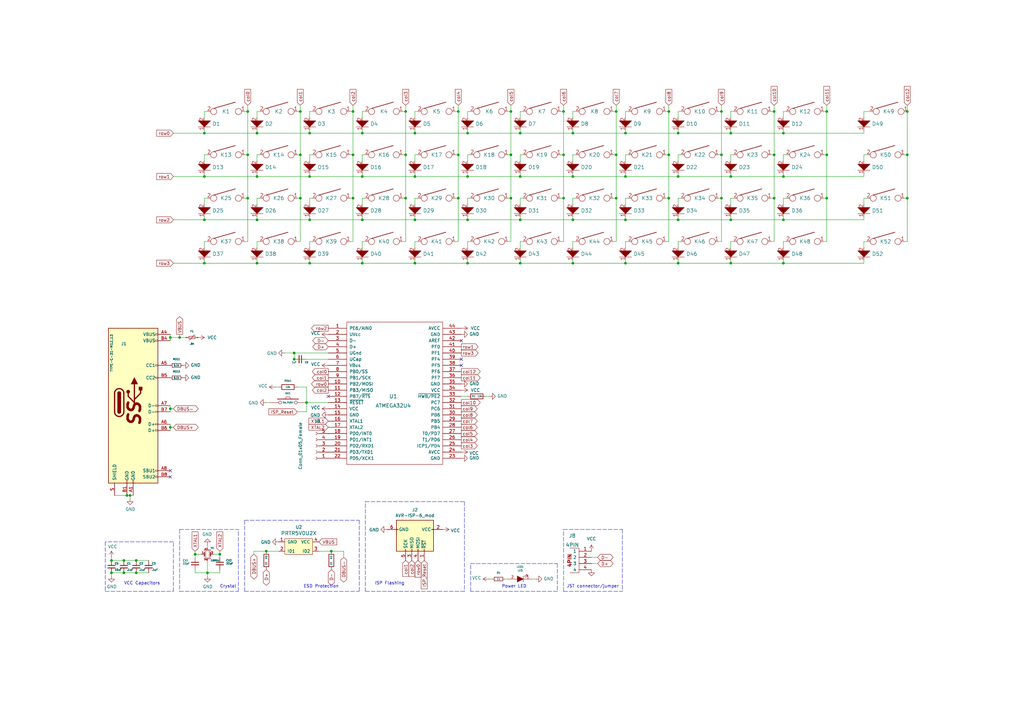
<source format=kicad_sch>
(kicad_sch (version 20211123) (generator eeschema)
  (paper "A3")
  (junction (at 187.96 81.28))
  (junction (at 170.18 90.17))
  (junction (at 191.77 107.95))
  (junction (at 101.6 45.72))
  (junction (at 73.66 138.43))
  (junction (at 231.14 81.28))
  (junction (at 299.72 90.17))
  (junction (at 123.19 45.72))
  (junction (at 209.55 81.28))
  (junction (at 105.41 54.61))
  (junction (at 213.36 107.95))
  (junction (at 101.6 81.28))
  (junction (at 123.19 63.5))
  (junction (at 278.13 72.39))
  (junction (at 274.32 45.72))
  (junction (at 127 54.61))
  (junction (at 148.59 107.95))
  (junction (at 317.5 81.28))
  (junction (at 339.09 63.5))
  (junction (at 166.37 63.5))
  (junction (at 53.34 203.2))
  (junction (at 83.82 72.39))
  (junction (at 256.54 90.17))
  (junction (at 252.73 63.5))
  (junction (at 50.8 229.87))
  (junction (at 372.11 63.5))
  (junction (at 105.41 107.95))
  (junction (at 166.37 45.72))
  (junction (at 321.31 72.39))
  (junction (at 213.36 90.17))
  (junction (at 105.41 72.39))
  (junction (at 101.6 63.5))
  (junction (at 135.89 226.06))
  (junction (at 339.09 45.72))
  (junction (at 321.31 54.61))
  (junction (at 278.13 90.17))
  (junction (at 252.73 81.28))
  (junction (at 295.91 63.5))
  (junction (at 83.82 90.17))
  (junction (at 170.18 54.61))
  (junction (at 55.88 234.95))
  (junction (at 80.01 227.33))
  (junction (at 144.78 81.28))
  (junction (at 120.65 144.78))
  (junction (at 231.14 45.72))
  (junction (at 234.95 90.17))
  (junction (at 295.91 45.72))
  (junction (at 83.82 54.61))
  (junction (at 52.07 203.2))
  (junction (at 123.19 81.28))
  (junction (at 372.11 81.28))
  (junction (at 321.31 107.95))
  (junction (at 125.73 165.1))
  (junction (at 339.09 81.28))
  (junction (at 127 72.39))
  (junction (at 274.32 81.28))
  (junction (at 252.73 45.72))
  (junction (at 317.5 45.72))
  (junction (at 256.54 54.61))
  (junction (at 274.32 63.5))
  (junction (at 170.18 72.39))
  (junction (at 191.77 90.17))
  (junction (at 144.78 63.5))
  (junction (at 234.95 107.95))
  (junction (at 69.85 167.64))
  (junction (at 278.13 54.61))
  (junction (at 148.59 72.39))
  (junction (at 109.22 226.06))
  (junction (at 55.88 229.87))
  (junction (at 90.17 227.33))
  (junction (at 278.13 107.95))
  (junction (at 45.72 229.87))
  (junction (at 85.09 234.95))
  (junction (at 50.8 234.95))
  (junction (at 105.41 90.17))
  (junction (at 317.5 63.5))
  (junction (at 299.72 72.39))
  (junction (at 295.91 81.28))
  (junction (at 231.14 63.5))
  (junction (at 83.82 107.95))
  (junction (at 170.18 107.95))
  (junction (at 299.72 54.61))
  (junction (at 209.55 63.5))
  (junction (at 127 90.17))
  (junction (at 144.78 45.72))
  (junction (at 299.72 107.95))
  (junction (at 166.37 81.28))
  (junction (at 187.96 63.5))
  (junction (at 256.54 107.95))
  (junction (at 45.72 234.95))
  (junction (at 187.96 45.72))
  (junction (at 69.85 138.43))
  (junction (at 120.65 147.32))
  (junction (at 209.55 45.72))
  (junction (at 191.77 54.61))
  (junction (at 191.77 72.39))
  (junction (at 127 107.95))
  (junction (at 213.36 72.39))
  (junction (at 69.85 175.26))
  (junction (at 321.31 90.17))
  (junction (at 234.95 54.61))
  (junction (at 234.95 72.39))
  (junction (at 213.36 54.61))
  (junction (at 256.54 72.39))
  (junction (at 148.59 90.17))
  (junction (at 148.59 54.61))
  (junction (at 372.11 45.72))
  (no_connect (at 189.23 139.7))
  (no_connect (at 69.85 193.04))
  (no_connect (at 134.62 162.56))
  (no_connect (at 69.85 195.58))
  (no_connect (at 189.23 147.32))
  (no_connect (at 189.23 149.86))
  (wire (pts (xy 209.55 63.5) (xy 209.55 81.28)))
  (polyline (pts (xy 100.33 242.57) (xy 100.33 213.36)))
  (wire (pts (xy 106.68 45.72) (xy 105.41 45.72)))
  (wire (pts (xy 110.49 165.1) (xy 109.22 165.1)))
  (wire (pts (xy 295.91 81.28) (xy 295.91 99.06)))
  (wire (pts (xy 69.85 138.43) (xy 69.85 139.7)))
  (wire (pts (xy 187.96 63.5) (xy 186.69 63.5)))
  (wire (pts (xy 128.27 45.72) (xy 127 45.72)))
  (wire (pts (xy 85.09 45.72) (xy 83.82 45.72)))
  (wire (pts (xy 234.95 88.9) (xy 234.95 90.17)))
  (wire (pts (xy 274.32 45.72) (xy 274.32 63.5)))
  (wire (pts (xy 170.18 107.95) (xy 191.77 107.95)))
  (wire (pts (xy 127 90.17) (xy 148.59 90.17)))
  (wire (pts (xy 170.18 71.12) (xy 170.18 72.39)))
  (polyline (pts (xy 73.66 242.57) (xy 97.79 242.57)))
  (wire (pts (xy 231.14 63.5) (xy 231.14 81.28)))
  (wire (pts (xy 299.72 54.61) (xy 321.31 54.61)))
  (wire (pts (xy 140.97 226.06) (xy 140.97 228.6)))
  (wire (pts (xy 256.54 88.9) (xy 256.54 90.17)))
  (wire (pts (xy 105.41 106.68) (xy 105.41 107.95)))
  (wire (pts (xy 127 107.95) (xy 148.59 107.95)))
  (wire (pts (xy 278.13 99.06) (xy 278.13 101.6)))
  (wire (pts (xy 256.54 99.06) (xy 256.54 101.6)))
  (wire (pts (xy 300.99 45.72) (xy 299.72 45.72)))
  (wire (pts (xy 73.66 138.43) (xy 76.2 138.43)))
  (wire (pts (xy 127 99.06) (xy 127 101.6)))
  (wire (pts (xy 191.77 54.61) (xy 213.36 54.61)))
  (wire (pts (xy 71.12 54.61) (xy 83.82 54.61)))
  (wire (pts (xy 339.09 43.18) (xy 339.09 45.72)))
  (wire (pts (xy 83.82 99.06) (xy 83.82 101.6)))
  (wire (pts (xy 209.55 81.28) (xy 209.55 99.06)))
  (wire (pts (xy 127 81.28) (xy 127 83.82)))
  (wire (pts (xy 317.5 99.06) (xy 316.23 99.06)))
  (wire (pts (xy 53.34 203.2) (xy 53.34 204.47)))
  (wire (pts (xy 166.37 63.5) (xy 166.37 81.28)))
  (wire (pts (xy 149.86 63.5) (xy 148.59 63.5)))
  (wire (pts (xy 171.45 45.72) (xy 170.18 45.72)))
  (wire (pts (xy 45.72 234.95) (xy 45.72 236.22)))
  (wire (pts (xy 127 88.9) (xy 127 90.17)))
  (wire (pts (xy 252.73 63.5) (xy 252.73 81.28)))
  (wire (pts (xy 294.64 81.28) (xy 295.91 81.28)))
  (wire (pts (xy 109.22 226.06) (xy 104.14 226.06)))
  (wire (pts (xy 251.46 81.28) (xy 252.73 81.28)))
  (wire (pts (xy 218.44 237.49) (xy 219.71 237.49)))
  (polyline (pts (xy 231.14 217.17) (xy 255.27 217.17)))
  (polyline (pts (xy 43.18 242.57) (xy 71.12 242.57)))
  (wire (pts (xy 125.73 165.1) (xy 125.73 168.91)))
  (wire (pts (xy 116.84 144.78) (xy 120.65 144.78)))
  (wire (pts (xy 299.72 106.68) (xy 299.72 107.95)))
  (wire (pts (xy 106.68 63.5) (xy 105.41 63.5)))
  (wire (pts (xy 274.32 63.5) (xy 274.32 81.28)))
  (wire (pts (xy 214.63 99.06) (xy 213.36 99.06)))
  (wire (pts (xy 209.55 99.06) (xy 208.28 99.06)))
  (wire (pts (xy 83.82 45.72) (xy 83.82 48.26)))
  (wire (pts (xy 257.81 63.5) (xy 256.54 63.5)))
  (wire (pts (xy 130.81 226.06) (xy 135.89 226.06)))
  (wire (pts (xy 295.91 43.18) (xy 295.91 45.72)))
  (wire (pts (xy 339.09 45.72) (xy 339.09 63.5)))
  (wire (pts (xy 214.63 63.5) (xy 213.36 63.5)))
  (wire (pts (xy 299.72 90.17) (xy 321.31 90.17)))
  (polyline (pts (xy 231.14 242.57) (xy 255.27 242.57)))
  (wire (pts (xy 144.78 63.5) (xy 143.51 63.5)))
  (wire (pts (xy 321.31 81.28) (xy 321.31 83.82)))
  (wire (pts (xy 121.92 45.72) (xy 123.19 45.72)))
  (wire (pts (xy 242.57 228.6) (xy 245.11 228.6)))
  (wire (pts (xy 193.04 99.06) (xy 191.77 99.06)))
  (wire (pts (xy 125.73 158.75) (xy 125.73 165.1)))
  (wire (pts (xy 104.14 226.06) (xy 104.14 227.33)))
  (wire (pts (xy 234.95 72.39) (xy 256.54 72.39)))
  (wire (pts (xy 144.78 45.72) (xy 144.78 63.5)))
  (wire (pts (xy 355.6 63.5) (xy 354.33 63.5)))
  (wire (pts (xy 354.33 45.72) (xy 354.33 48.26)))
  (wire (pts (xy 354.33 45.72) (xy 356.87 45.72)))
  (wire (pts (xy 85.09 234.95) (xy 90.17 234.95)))
  (wire (pts (xy 105.41 72.39) (xy 127 72.39)))
  (polyline (pts (xy 228.6 242.57) (xy 193.04 242.57)))
  (wire (pts (xy 85.09 99.06) (xy 83.82 99.06)))
  (wire (pts (xy 300.99 81.28) (xy 299.72 81.28)))
  (wire (pts (xy 234.95 45.72) (xy 234.95 48.26)))
  (wire (pts (xy 120.65 147.32) (xy 124.46 147.32)))
  (wire (pts (xy 170.18 90.17) (xy 191.77 90.17)))
  (polyline (pts (xy 73.66 217.17) (xy 73.66 242.57)))
  (wire (pts (xy 354.33 90.17) (xy 354.33 88.9)))
  (wire (pts (xy 295.91 45.72) (xy 295.91 63.5)))
  (wire (pts (xy 85.09 229.87) (xy 85.09 234.95)))
  (wire (pts (xy 372.11 43.18) (xy 372.11 45.72)))
  (wire (pts (xy 69.85 167.64) (xy 69.85 168.91)))
  (polyline (pts (xy 190.5 242.57) (xy 149.86 242.57)))
  (wire (pts (xy 106.68 99.06) (xy 105.41 99.06)))
  (wire (pts (xy 299.72 99.06) (xy 299.72 101.6)))
  (wire (pts (xy 354.33 63.5) (xy 354.33 66.04)))
  (wire (pts (xy 231.14 43.18) (xy 231.14 45.72)))
  (wire (pts (xy 354.33 107.95) (xy 354.33 106.68)))
  (wire (pts (xy 123.19 81.28) (xy 123.19 99.06)))
  (wire (pts (xy 106.68 81.28) (xy 105.41 81.28)))
  (wire (pts (xy 85.09 234.95) (xy 85.09 236.22)))
  (wire (pts (xy 120.65 147.32) (xy 120.65 144.78)))
  (wire (pts (xy 213.36 71.12) (xy 213.36 72.39)))
  (wire (pts (xy 236.22 99.06) (xy 234.95 99.06)))
  (wire (pts (xy 256.54 54.61) (xy 278.13 54.61)))
  (wire (pts (xy 322.58 63.5) (xy 321.31 63.5)))
  (wire (pts (xy 170.18 72.39) (xy 191.77 72.39)))
  (wire (pts (xy 148.59 90.17) (xy 170.18 90.17)))
  (wire (pts (xy 71.12 175.26) (xy 69.85 175.26)))
  (wire (pts (xy 321.31 63.5) (xy 321.31 66.04)))
  (wire (pts (xy 256.54 63.5) (xy 256.54 66.04)))
  (wire (pts (xy 127 54.61) (xy 148.59 54.61)))
  (wire (pts (xy 339.09 99.06) (xy 337.82 99.06)))
  (wire (pts (xy 321.31 90.17) (xy 321.31 88.9)))
  (wire (pts (xy 83.82 54.61) (xy 105.41 54.61)))
  (wire (pts (xy 299.72 53.34) (xy 299.72 54.61)))
  (wire (pts (xy 372.11 63.5) (xy 372.11 81.28)))
  (wire (pts (xy 50.8 234.95) (xy 45.72 234.95)))
  (wire (pts (xy 187.96 63.5) (xy 187.96 81.28)))
  (wire (pts (xy 105.41 63.5) (xy 105.41 66.04)))
  (wire (pts (xy 149.86 99.06) (xy 148.59 99.06)))
  (wire (pts (xy 321.31 72.39) (xy 321.31 71.12)))
  (wire (pts (xy 144.78 63.5) (xy 144.78 81.28)))
  (wire (pts (xy 83.82 53.34) (xy 83.82 54.61)))
  (wire (pts (xy 354.33 99.06) (xy 354.33 101.6)))
  (wire (pts (xy 191.77 53.34) (xy 191.77 54.61)))
  (wire (pts (xy 101.6 43.18) (xy 101.6 45.72)))
  (wire (pts (xy 100.33 45.72) (xy 101.6 45.72)))
  (polyline (pts (xy 149.86 242.57) (xy 149.86 205.74)))
  (wire (pts (xy 339.09 81.28) (xy 339.09 99.06)))
  (wire (pts (xy 170.18 63.5) (xy 170.18 66.04)))
  (wire (pts (xy 125.73 168.91) (xy 121.92 168.91)))
  (wire (pts (xy 165.1 81.28) (xy 166.37 81.28)))
  (wire (pts (xy 193.04 63.5) (xy 191.77 63.5)))
  (wire (pts (xy 123.19 63.5) (xy 123.19 81.28)))
  (wire (pts (xy 209.55 45.72) (xy 209.55 63.5)))
  (wire (pts (xy 370.84 81.28) (xy 372.11 81.28)))
  (wire (pts (xy 52.07 203.2) (xy 53.34 203.2)))
  (wire (pts (xy 300.99 63.5) (xy 299.72 63.5)))
  (wire (pts (xy 166.37 45.72) (xy 166.37 63.5)))
  (wire (pts (xy 114.3 226.06) (xy 109.22 226.06)))
  (wire (pts (xy 278.13 71.12) (xy 278.13 72.39)))
  (wire (pts (xy 45.72 228.6) (xy 45.72 229.87)))
  (wire (pts (xy 274.32 63.5) (xy 273.05 63.5)))
  (wire (pts (xy 166.37 43.18) (xy 166.37 45.72)))
  (wire (pts (xy 50.8 229.87) (xy 45.72 229.87)))
  (wire (pts (xy 355.6 81.28) (xy 354.33 81.28)))
  (wire (pts (xy 127 106.68) (xy 127 107.95)))
  (wire (pts (xy 214.63 81.28) (xy 213.36 81.28)))
  (wire (pts (xy 121.92 158.75) (xy 125.73 158.75)))
  (wire (pts (xy 294.64 45.72) (xy 295.91 45.72)))
  (wire (pts (xy 100.33 81.28) (xy 101.6 81.28)))
  (wire (pts (xy 60.96 229.87) (xy 55.88 229.87)))
  (wire (pts (xy 120.65 144.78) (xy 134.62 144.78)))
  (wire (pts (xy 234.95 99.06) (xy 234.95 101.6)))
  (wire (pts (xy 295.91 63.5) (xy 294.64 63.5)))
  (wire (pts (xy 69.85 137.16) (xy 69.85 138.43)))
  (wire (pts (xy 71.12 167.64) (xy 69.85 167.64)))
  (polyline (pts (xy 190.5 205.74) (xy 190.5 242.57)))
  (wire (pts (xy 191.77 106.68) (xy 191.77 107.95)))
  (wire (pts (xy 189.23 162.56) (xy 191.77 162.56)))
  (wire (pts (xy 257.81 45.72) (xy 256.54 45.72)))
  (wire (pts (xy 256.54 45.72) (xy 256.54 48.26)))
  (wire (pts (xy 83.82 107.95) (xy 71.12 107.95)))
  (wire (pts (xy 299.72 71.12) (xy 299.72 72.39)))
  (wire (pts (xy 170.18 45.72) (xy 170.18 48.26)))
  (wire (pts (xy 128.27 63.5) (xy 127 63.5)))
  (wire (pts (xy 83.82 106.68) (xy 83.82 107.95)))
  (wire (pts (xy 148.59 72.39) (xy 170.18 72.39)))
  (wire (pts (xy 256.54 90.17) (xy 278.13 90.17)))
  (wire (pts (xy 295.91 63.5) (xy 295.91 81.28)))
  (wire (pts (xy 90.17 227.33) (xy 90.17 226.06)))
  (wire (pts (xy 83.82 72.39) (xy 105.41 72.39)))
  (wire (pts (xy 200.66 237.49) (xy 201.93 237.49)))
  (wire (pts (xy 234.95 81.28) (xy 234.95 83.82)))
  (wire (pts (xy 85.09 223.52) (xy 85.09 224.79)))
  (wire (pts (xy 354.33 54.61) (xy 354.33 53.34)))
  (wire (pts (xy 213.36 88.9) (xy 213.36 90.17)))
  (wire (pts (xy 299.72 45.72) (xy 299.72 48.26)))
  (wire (pts (xy 83.82 107.95) (xy 105.41 107.95)))
  (wire (pts (xy 83.82 88.9) (xy 83.82 90.17)))
  (wire (pts (xy 148.59 45.72) (xy 148.59 48.26)))
  (polyline (pts (xy 255.27 217.17) (xy 255.27 242.57)))
  (wire (pts (xy 257.81 81.28) (xy 256.54 81.28)))
  (wire (pts (xy 171.45 81.28) (xy 170.18 81.28)))
  (wire (pts (xy 191.77 45.72) (xy 191.77 48.26)))
  (wire (pts (xy 80.01 233.68) (xy 80.01 234.95)))
  (polyline (pts (xy 147.32 213.36) (xy 147.32 242.57)))
  (wire (pts (xy 148.59 106.68) (xy 148.59 107.95)))
  (wire (pts (xy 105.41 71.12) (xy 105.41 72.39)))
  (wire (pts (xy 322.58 81.28) (xy 321.31 81.28)))
  (wire (pts (xy 209.55 63.5) (xy 208.28 63.5)))
  (wire (pts (xy 317.5 81.28) (xy 317.5 99.06)))
  (wire (pts (xy 274.32 43.18) (xy 274.32 45.72)))
  (wire (pts (xy 213.36 90.17) (xy 234.95 90.17)))
  (wire (pts (xy 256.54 71.12) (xy 256.54 72.39)))
  (wire (pts (xy 144.78 99.06) (xy 143.51 99.06)))
  (wire (pts (xy 213.36 45.72) (xy 213.36 48.26)))
  (wire (pts (xy 191.77 81.28) (xy 191.77 83.82)))
  (wire (pts (xy 187.96 99.06) (xy 186.69 99.06)))
  (wire (pts (xy 256.54 81.28) (xy 256.54 83.82)))
  (wire (pts (xy 322.58 99.06) (xy 321.31 99.06)))
  (wire (pts (xy 208.28 81.28) (xy 209.55 81.28)))
  (wire (pts (xy 80.01 227.33) (xy 80.01 228.6)))
  (wire (pts (xy 252.73 81.28) (xy 252.73 99.06)))
  (wire (pts (xy 229.87 81.28) (xy 231.14 81.28)))
  (wire (pts (xy 125.73 147.32) (xy 134.62 147.32)))
  (wire (pts (xy 191.77 63.5) (xy 191.77 66.04)))
  (wire (pts (xy 69.85 138.43) (xy 73.66 138.43)))
  (wire (pts (xy 127 72.39) (xy 148.59 72.39)))
  (wire (pts (xy 234.95 90.17) (xy 256.54 90.17)))
  (wire (pts (xy 149.86 81.28) (xy 148.59 81.28)))
  (wire (pts (xy 316.23 45.72) (xy 317.5 45.72)))
  (wire (pts (xy 213.36 53.34) (xy 213.36 54.61)))
  (wire (pts (xy 355.6 99.06) (xy 354.33 99.06)))
  (wire (pts (xy 234.95 53.34) (xy 234.95 54.61)))
  (wire (pts (xy 337.82 45.72) (xy 339.09 45.72)))
  (wire (pts (xy 46.99 203.2) (xy 52.07 203.2)))
  (wire (pts (xy 213.36 99.06) (xy 213.36 101.6)))
  (wire (pts (xy 123.19 43.18) (xy 123.19 45.72)))
  (wire (pts (xy 166.37 81.28) (xy 166.37 99.06)))
  (wire (pts (xy 354.33 72.39) (xy 354.33 71.12)))
  (wire (pts (xy 279.4 63.5) (xy 278.13 63.5)))
  (wire (pts (xy 321.31 90.17) (xy 354.33 90.17)))
  (polyline (pts (xy 193.04 242.57) (xy 193.04 231.14)))
  (wire (pts (xy 128.27 99.06) (xy 127 99.06)))
  (wire (pts (xy 101.6 63.5) (xy 101.6 81.28)))
  (wire (pts (xy 143.51 45.72) (xy 144.78 45.72)))
  (wire (pts (xy 170.18 88.9) (xy 170.18 90.17)))
  (wire (pts (xy 273.05 81.28) (xy 274.32 81.28)))
  (wire (pts (xy 170.18 54.61) (xy 191.77 54.61)))
  (wire (pts (xy 372.11 45.72) (xy 372.11 63.5)))
  (wire (pts (xy 252.73 43.18) (xy 252.73 45.72)))
  (wire (pts (xy 256.54 53.34) (xy 256.54 54.61)))
  (wire (pts (xy 85.09 81.28) (xy 83.82 81.28)))
  (wire (pts (xy 278.13 88.9) (xy 278.13 90.17)))
  (wire (pts (xy 231.14 81.28) (xy 231.14 99.06)))
  (wire (pts (xy 278.13 53.34) (xy 278.13 54.61)))
  (wire (pts (xy 299.72 107.95) (xy 321.31 107.95)))
  (wire (pts (xy 299.72 72.39) (xy 321.31 72.39)))
  (wire (pts (xy 85.09 63.5) (xy 83.82 63.5)))
  (wire (pts (xy 213.36 54.61) (xy 234.95 54.61)))
  (wire (pts (xy 55.88 229.87) (xy 50.8 229.87)))
  (wire (pts (xy 191.77 99.06) (xy 191.77 101.6)))
  (wire (pts (xy 213.36 106.68) (xy 213.36 107.95)))
  (wire (pts (xy 209.55 43.18) (xy 209.55 45.72)))
  (wire (pts (xy 105.41 99.06) (xy 105.41 101.6)))
  (wire (pts (xy 213.36 81.28) (xy 213.36 83.82)))
  (wire (pts (xy 317.5 63.5) (xy 316.23 63.5)))
  (wire (pts (xy 127 63.5) (xy 127 66.04)))
  (wire (pts (xy 295.91 99.06) (xy 294.64 99.06)))
  (wire (pts (xy 191.77 88.9) (xy 191.77 90.17)))
  (wire (pts (xy 256.54 107.95) (xy 278.13 107.95)))
  (wire (pts (xy 321.31 45.72) (xy 321.31 48.26)))
  (wire (pts (xy 83.82 72.39) (xy 71.12 72.39)))
  (polyline (pts (xy 43.18 222.25) (xy 43.18 242.57)))
  (wire (pts (xy 278.13 63.5) (xy 278.13 66.04)))
  (wire (pts (xy 127 53.34) (xy 127 54.61)))
  (wire (pts (xy 90.17 234.95) (xy 90.17 233.68)))
  (wire (pts (xy 337.82 81.28) (xy 339.09 81.28)))
  (wire (pts (xy 105.41 54.61) (xy 127 54.61)))
  (wire (pts (xy 321.31 54.61) (xy 321.31 53.34)))
  (wire (pts (xy 278.13 107.95) (xy 299.72 107.95)))
  (wire (pts (xy 105.41 88.9) (xy 105.41 90.17)))
  (wire (pts (xy 171.45 99.06) (xy 170.18 99.06)))
  (wire (pts (xy 317.5 63.5) (xy 317.5 81.28)))
  (wire (pts (xy 186.69 45.72) (xy 187.96 45.72)))
  (wire (pts (xy 69.85 175.26) (xy 69.85 176.53)))
  (wire (pts (xy 231.14 63.5) (xy 229.87 63.5)))
  (wire (pts (xy 234.95 107.95) (xy 256.54 107.95)))
  (wire (pts (xy 134.62 165.1) (xy 125.73 165.1)))
  (polyline (pts (xy 100.33 213.36) (xy 147.32 213.36)))
  (wire (pts (xy 252.73 63.5) (xy 251.46 63.5)))
  (wire (pts (xy 90.17 227.33) (xy 90.17 228.6)))
  (wire (pts (xy 236.22 81.28) (xy 234.95 81.28)))
  (wire (pts (xy 105.41 81.28) (xy 105.41 83.82)))
  (wire (pts (xy 321.31 99.06) (xy 321.31 101.6)))
  (wire (pts (xy 114.3 158.75) (xy 113.03 158.75)))
  (wire (pts (xy 231.14 45.72) (xy 231.14 63.5)))
  (wire (pts (xy 278.13 81.28) (xy 278.13 83.82)))
  (wire (pts (xy 123.19 63.5) (xy 121.92 63.5)))
  (wire (pts (xy 300.99 99.06) (xy 299.72 99.06)))
  (wire (pts (xy 213.36 107.95) (xy 234.95 107.95)))
  (wire (pts (xy 82.55 227.33) (xy 80.01 227.33)))
  (wire (pts (xy 144.78 81.28) (xy 144.78 99.06)))
  (wire (pts (xy 191.77 72.39) (xy 213.36 72.39)))
  (wire (pts (xy 279.4 45.72) (xy 278.13 45.72)))
  (wire (pts (xy 199.39 162.56) (xy 200.66 162.56)))
  (wire (pts (xy 55.88 234.95) (xy 50.8 234.95)))
  (wire (pts (xy 170.18 99.06) (xy 170.18 101.6)))
  (wire (pts (xy 252.73 99.06) (xy 251.46 99.06)))
  (wire (pts (xy 123.19 45.72) (xy 123.19 63.5)))
  (wire (pts (xy 148.59 54.61) (xy 170.18 54.61)))
  (wire (pts (xy 171.45 63.5) (xy 170.18 63.5)))
  (wire (pts (xy 251.46 45.72) (xy 252.73 45.72)))
  (wire (pts (xy 105.41 53.34) (xy 105.41 54.61)))
  (wire (pts (xy 135.89 226.06) (xy 140.97 226.06)))
  (wire (pts (xy 60.96 234.95) (xy 55.88 234.95)))
  (polyline (pts (xy 100.33 242.57) (xy 147.32 242.57)))
  (wire (pts (xy 128.27 81.28) (xy 127 81.28)))
  (wire (pts (xy 213.36 63.5) (xy 213.36 66.04)))
  (wire (pts (xy 144.78 43.18) (xy 144.78 45.72)))
  (wire (pts (xy 278.13 54.61) (xy 299.72 54.61)))
  (wire (pts (xy 252.73 45.72) (xy 252.73 63.5)))
  (wire (pts (xy 166.37 99.06) (xy 165.1 99.06)))
  (wire (pts (xy 317.5 45.72) (xy 317.5 63.5)))
  (wire (pts (xy 53.34 203.2) (xy 54.61 203.2)))
  (wire (pts (xy 234.95 71.12) (xy 234.95 72.39)))
  (wire (pts (xy 316.23 81.28) (xy 317.5 81.28)))
  (wire (pts (xy 148.59 71.12) (xy 148.59 72.39)))
  (wire (pts (xy 231.14 99.06) (xy 229.87 99.06)))
  (wire (pts (xy 148.59 53.34) (xy 148.59 54.61)))
  (wire (pts (xy 105.41 45.72) (xy 105.41 48.26)))
  (wire (pts (xy 236.22 63.5) (xy 234.95 63.5)))
  (wire (pts (xy 207.01 237.49) (xy 208.28 237.49)))
  (wire (pts (xy 372.11 63.5) (xy 370.84 63.5)))
  (polyline (pts (xy 149.86 205.74) (xy 190.5 205.74)))
  (wire (pts (xy 170.18 53.34) (xy 170.18 54.61)))
  (wire (pts (xy 166.37 63.5) (xy 165.1 63.5)))
  (wire (pts (xy 214.63 45.72) (xy 213.36 45.72)))
  (wire (pts (xy 213.36 72.39) (xy 234.95 72.39)))
  (wire (pts (xy 83.82 63.5) (xy 83.82 66.04)))
  (wire (pts (xy 256.54 72.39) (xy 278.13 72.39)))
  (wire (pts (xy 148.59 63.5) (xy 148.59 66.04)))
  (wire (pts (xy 273.05 45.72) (xy 274.32 45.72)))
  (wire (pts (xy 321.31 107.95) (xy 354.33 107.95)))
  (wire (pts (xy 148.59 107.95) (xy 170.18 107.95)))
  (wire (pts (xy 236.22 45.72) (xy 234.95 45.72)))
  (wire (pts (xy 87.63 227.33) (xy 90.17 227.33)))
  (polyline (pts (xy 73.66 217.17) (xy 97.79 217.17)))
  (wire (pts (xy 187.96 43.18) (xy 187.96 45.72)))
  (wire (pts (xy 187.96 81.28) (xy 187.96 99.06)))
  (wire (pts (xy 105.41 107.95) (xy 127 107.95)))
  (wire (pts (xy 143.51 81.28) (xy 144.78 81.28)))
  (wire (pts (xy 279.4 81.28) (xy 278.13 81.28)))
  (wire (pts (xy 127 45.72) (xy 127 48.26)))
  (wire (pts (xy 234.95 63.5) (xy 234.95 66.04)))
  (wire (pts (xy 278.13 106.68) (xy 278.13 107.95)))
  (wire (pts (xy 80.01 227.33) (xy 80.01 226.06)))
  (wire (pts (xy 80.01 234.95) (xy 85.09 234.95)))
  (wire (pts (xy 83.82 90.17) (xy 105.41 90.17)))
  (wire (pts (xy 83.82 90.17) (xy 71.12 90.17)))
  (wire (pts (xy 69.85 166.37) (xy 69.85 167.64)))
  (wire (pts (xy 127 71.12) (xy 127 72.39)))
  (polyline (pts (xy 71.12 222.25) (xy 43.18 222.25)))
  (wire (pts (xy 193.04 45.72) (xy 191.77 45.72)))
  (wire (pts (xy 229.87 45.72) (xy 231.14 45.72)))
  (wire (pts (xy 148.59 88.9) (xy 148.59 90.17)))
  (wire (pts (xy 148.59 81.28) (xy 148.59 83.82)))
  (wire (pts (xy 101.6 99.06) (xy 100.33 99.06)))
  (wire (pts (xy 149.86 45.72) (xy 148.59 45.72)))
  (wire (pts (xy 187.96 45.72) (xy 187.96 63.5)))
  (wire (pts (xy 278.13 72.39) (xy 299.72 72.39)))
  (wire (pts (xy 101.6 81.28) (xy 101.6 99.06)))
  (wire (pts (xy 165.1 45.72) (xy 166.37 45.72)))
  (wire (pts (xy 321.31 107.95) (xy 321.31 106.68)))
  (wire (pts (xy 274.32 81.28) (xy 274.32 99.06)))
  (wire (pts (xy 322.58 45.72) (xy 321.31 45.72)))
  (wire (pts (xy 234.95 106.68) (xy 234.95 107.95)))
  (wire (pts (xy 208.28 45.72) (xy 209.55 45.72)))
  (wire (pts (xy 256.54 106.68) (xy 256.54 107.95)))
  (wire (pts (xy 170.18 106.68) (xy 170.18 107.95)))
  (wire (pts (xy 321.31 72.39) (xy 354.33 72.39)))
  (wire (pts (xy 186.69 81.28) (xy 187.96 81.28)))
  (wire (pts (xy 83.82 71.12) (xy 83.82 72.39)))
  (wire (pts (xy 372.11 99.06) (xy 370.84 99.06)))
  (wire (pts (xy 299.72 63.5) (xy 299.72 66.04)))
  (wire (pts (xy 278.13 90.17) (xy 299.72 90.17)))
  (wire (pts (xy 339.09 63.5) (xy 337.82 63.5)))
  (wire (pts (xy 257.81 99.06) (xy 256.54 99.06)))
  (polyline (pts (xy 231.14 242.57) (xy 231.14 217.17)))
  (polyline (pts (xy 193.04 231.14) (xy 228.6 231.14)))
  (wire (pts (xy 148.59 99.06) (xy 148.59 101.6)))
  (wire (pts (xy 170.18 81.28) (xy 170.18 83.82)))
  (wire (pts (xy 191.77 90.17) (xy 213.36 90.17)))
  (wire (pts (xy 274.32 99.06) (xy 273.05 99.06)))
  (wire (pts (xy 73.66 137.16) (xy 73.66 138.43)))
  (wire (pts (xy 279.4 99.06) (xy 278.13 99.06)))
  (wire (pts (xy 299.72 81.28) (xy 299.72 83.82)))
  (wire (pts (xy 105.41 90.17) (xy 127 90.17)))
  (wire (pts (xy 193.04 81.28) (xy 191.77 81.28)))
  (wire (pts (xy 101.6 45.72) (xy 101.6 63.5)))
  (wire (pts (xy 121.92 81.28) (xy 123.19 81.28)))
  (wire (pts (xy 191.77 107.95) (xy 213.36 107.95)))
  (wire (pts (xy 339.09 63.5) (xy 339.09 81.28)))
  (wire (pts (xy 69.85 173.99) (xy 69.85 175.26)))
  (wire (pts (xy 191.77 71.12) (xy 191.77 72.39)))
  (wire (pts (xy 123.19 99.06) (xy 121.92 99.06)))
  (wire (pts (xy 317.5 43.18) (xy 317.5 45.72)))
  (polyline (pts (xy 97.79 242.57) (xy 97.79 217.17)))
  (wire (pts (xy 278.13 45.72) (xy 278.13 48.26)))
  (wire (pts (xy 242.57 231.14) (xy 245.11 231.14)))
  (wire (pts (xy 372.11 81.28) (xy 372.11 99.06)))
  (wire (pts (xy 83.82 81.28) (xy 83.82 83.82)))
  (wire (pts (xy 354.33 81.28) (xy 354.33 83.82)))
  (wire (pts (xy 299.72 88.9) (xy 299.72 90.17)))
  (polyline (pts (xy 71.12 242.57) (xy 71.12 222.25)))
  (polyline (pts (xy 228.6 231.14) (xy 228.6 242.57)))
  (wire (pts (xy 101.6 63.5) (xy 100.33 63.5)))
  (wire (pts (xy 234.95 54.61) (xy 256.54 54.61)))
  (wire (pts (xy 321.31 54.61) (xy 354.33 54.61)))
  (text "ESD Protection" (at 124.46 241.3 0) (effects (font (size 1.27 1.27)) (justify left bottom)))
  (text "JST connector/jumper" (at 232.41 241.3 0) (effects (font (size 1.27 1.27)) (justify left bottom)))
  (text "Crystal" (at 90.17 241.3 0) (effects (font (size 1.27 1.27)) (justify left bottom)))
  (text "Power LED" (at 205.74 241.3 0) (effects (font (size 1.27 1.27)) (justify left bottom)))
  (text "VCC Capacitors" (at 50.8 240.03 0) (effects (font (size 1.27 1.27)) (justify left bottom)))
  (text "ISP Flashing" (at 153.67 240.03 0) (effects (font (size 1.27 1.27)) (justify left bottom)))
  (global_label "VBUS" (shape input) (at 130.81 222.25 0) (property "Intersheet References" "${INTERSHEET_REFS}" (effects hide)))
  (global_label "col8" (shape input) (at 274.32 43.18 90) (property "Intersheet References" "${INTERSHEET_REFS}" (effects hide)))
  (global_label "col2" (shape input) (at 168.91 229.87 270) (property "Intersheet References" "${INTERSHEET_REFS}" (effects hide)))
  (global_label "col4" (shape input) (at 187.96 43.18 90) (property "Intersheet References" "${INTERSHEET_REFS}" (effects hide)))
  (global_label "col7" (shape output) (at 189.23 172.72 0) (property "Intersheet References" "${INTERSHEET_REFS}" (effects hide)))
  (global_label "row2" (shape input) (at 71.12 90.17 180) (property "Intersheet References" "${INTERSHEET_REFS}" (effects hide)))
  (global_label "col0" (shape output) (at 134.62 152.4 180) (property "Intersheet References" "${INTERSHEET_REFS}" (effects hide)))
  (global_label "col2" (shape input) (at 144.78 43.18 90) (property "Intersheet References" "${INTERSHEET_REFS}" (effects hide)))
  (global_label "XTAL1" (shape input) (at 80.01 226.06 90) (property "Intersheet References" "${INTERSHEET_REFS}" (effects hide)))
  (global_label "D+" (shape bidirectional) (at 134.62 142.24 180) (property "Intersheet References" "${INTERSHEET_REFS}" (effects hide)))
  (global_label "row0" (shape output) (at 134.62 157.48 180) (property "Intersheet References" "${INTERSHEET_REFS}" (effects hide)))
  (global_label "VBUS" (shape output) (at 73.66 137.16 90) (property "Intersheet References" "${INTERSHEET_REFS}" (effects hide)))
  (global_label "col4" (shape output) (at 189.23 180.34 0) (property "Intersheet References" "${INTERSHEET_REFS}" (effects hide)))
  (global_label "row3" (shape input) (at 71.12 107.95 180) (property "Intersheet References" "${INTERSHEET_REFS}" (effects hide)))
  (global_label "col3" (shape input) (at 166.37 43.18 90) (property "Intersheet References" "${INTERSHEET_REFS}" (effects hide)))
  (global_label "D+" (shape bidirectional) (at 109.22 233.68 270) (property "Intersheet References" "${INTERSHEET_REFS}" (effects hide)))
  (global_label "D-" (shape bidirectional) (at 134.62 139.7 180) (property "Intersheet References" "${INTERSHEET_REFS}" (effects hide)))
  (global_label "col12" (shape output) (at 189.23 152.4 0) (property "Intersheet References" "${INTERSHEET_REFS}" (effects hide)))
  (global_label "col7" (shape input) (at 252.73 43.18 90) (property "Intersheet References" "${INTERSHEET_REFS}" (effects hide)))
  (global_label "col5" (shape input) (at 209.55 43.18 90) (property "Intersheet References" "${INTERSHEET_REFS}" (effects hide)))
  (global_label "col9" (shape input) (at 295.91 43.18 90) (property "Intersheet References" "${INTERSHEET_REFS}" (effects hide)))
  (global_label "DBUS-" (shape bidirectional) (at 140.97 228.6 270) (property "Intersheet References" "${INTERSHEET_REFS}" (effects hide)))
  (global_label "col2" (shape output) (at 134.62 160.02 180) (property "Intersheet References" "${INTERSHEET_REFS}" (effects hide)))
  (global_label "col6" (shape input) (at 231.14 43.18 90) (property "Intersheet References" "${INTERSHEET_REFS}" (effects hide)))
  (global_label "row1" (shape output) (at 189.23 142.24 0) (property "Intersheet References" "${INTERSHEET_REFS}" (effects hide)))
  (global_label "col9" (shape output) (at 189.23 167.64 0) (property "Intersheet References" "${INTERSHEET_REFS}" (effects hide)))
  (global_label "D-" (shape bidirectional) (at 135.89 233.68 270) (property "Intersheet References" "${INTERSHEET_REFS}" (effects hide)))
  (global_label "row0" (shape input) (at 171.45 229.87 270) (property "Intersheet References" "${INTERSHEET_REFS}" (effects hide)))
  (global_label "col10" (shape output) (at 189.23 165.1 0) (property "Intersheet References" "${INTERSHEET_REFS}" (effects hide)))
  (global_label "row2" (shape output) (at 134.62 134.62 180) (property "Intersheet References" "${INTERSHEET_REFS}" (effects hide)))
  (global_label "col8" (shape output) (at 189.23 170.18 0) (property "Intersheet References" "${INTERSHEET_REFS}" (effects hide)))
  (global_label "DBUS+" (shape bidirectional) (at 71.12 175.26 0) (property "Intersheet References" "${INTERSHEET_REFS}" (effects hide)))
  (global_label "ISP_Reset" (shape input) (at 173.99 229.87 270) (property "Intersheet References" "${INTERSHEET_REFS}" (effects hide)))
  (global_label "XTAL2" (shape input) (at 90.17 226.06 90) (property "Intersheet References" "${INTERSHEET_REFS}" (effects hide)))
  (global_label "XTAL1" (shape input) (at 134.62 172.72 180) (property "Intersheet References" "${INTERSHEET_REFS}" (effects hide)))
  (global_label "col1" (shape input) (at 166.37 229.87 270) (property "Intersheet References" "${INTERSHEET_REFS}" (effects hide)))
  (global_label "row0" (shape input) (at 71.12 54.61 180) (property "Intersheet References" "${INTERSHEET_REFS}" (effects hide)))
  (global_label "col11" (shape output) (at 189.23 154.94 0) (property "Intersheet References" "${INTERSHEET_REFS}" (effects hide)))
  (global_label "ISP_Reset" (shape input) (at 121.92 168.91 180) (property "Intersheet References" "${INTERSHEET_REFS}" (effects hide)))
  (global_label "col10" (shape input) (at 317.5 43.18 90) (property "Intersheet References" "${INTERSHEET_REFS}" (effects hide)))
  (global_label "col5" (shape output) (at 189.23 177.8 0) (property "Intersheet References" "${INTERSHEET_REFS}" (effects hide)))
  (global_label "col12" (shape input) (at 372.11 43.18 90) (property "Intersheet References" "${INTERSHEET_REFS}" (effects hide)))
  (global_label "col3" (shape output) (at 189.23 182.88 0) (property "Intersheet References" "${INTERSHEET_REFS}" (effects hide)))
  (global_label "col0" (shape input) (at 101.6 43.18 90) (property "Intersheet References" "${INTERSHEET_REFS}" (effects hide)))
  (global_label "XTAL2" (shape input) (at 134.62 175.26 180) (property "Intersheet References" "${INTERSHEET_REFS}" (effects hide)))
  (global_label "row1" (shape input) (at 71.12 72.39 180) (property "Intersheet References" "${INTERSHEET_REFS}" (effects hide)))
  (global_label "col11" (shape input) (at 339.09 43.18 90) (property "Intersheet References" "${INTERSHEET_REFS}" (effects hide)))
  (global_label "D+" (shape bidirectional) (at 245.11 231.14 0) (property "Intersheet References" "${INTERSHEET_REFS}" (effects hide)))
  (global_label "col6" (shape output) (at 189.23 175.26 0) (property "Intersheet References" "${INTERSHEET_REFS}" (effects hide)))
  (global_label "row3" (shape output) (at 189.23 144.78 0) (property "Intersheet References" "${INTERSHEET_REFS}" (effects hide)))
  (global_label "D-" (shape bidirectional) (at 245.11 228.6 0) (property "Intersheet References" "${INTERSHEET_REFS}" (effects hide)))
  (global_label "col1" (shape output) (at 134.62 154.94 180) (property "Intersheet References" "${INTERSHEET_REFS}" (effects hide)))
  (global_label "DBUS+" (shape bidirectional) (at 104.14 227.33 270) (property "Intersheet References" "${INTERSHEET_REFS}" (effects hide)))
  (global_label "DBUS-" (shape bidirectional) (at 71.12 167.64 0) (property "Intersheet References" "${INTERSHEET_REFS}" (effects hide)))
  (global_label "col1" (shape input) (at 123.19 43.18 90) (property "Intersheet References" "${INTERSHEET_REFS}" (effects hide)))
  (symbol (lib_id "pcb-rescue:KEYSW-keyboard_parts-Ori-rescue-lucy-rescue") (at 92.71 45.72 0) (unit 1)
    (property "Reference" "K1" (at 92.71 45.72 0) (effects (font (size 1.524 1.524))))
    (property "Value" "KEYSW" (effects hide))
    (property "Footprint" "MX_Only:MXOnly-1U-Hotswap" (effects hide))
  )
  (symbol (lib_id "pcb-rescue:KEYSW-keyboard_parts-Ori-rescue-lucy-rescue") (at 92.71 63.5 0) (unit 1)
    (property "Reference" "K13" (at 92.71 63.5 0) (effects (font (size 1.524 1.524))))
    (property "Value" "KEYSW" (effects hide))
    (property "Footprint" "MX_Only:MXOnly-1U-Hotswap" (effects hide))
  )
  (symbol (lib_id "pcb-rescue:D-keyboard_parts-Ori-rescue-lucy-rescue") (at 83.82 52.07 180) (unit 1)
    (property "Reference" "D1" (at 87.0712 50.8 0) (effects (font (size 1.524 1.524)) (justify right)))
    (property "Value" "D" (effects hide))
    (property "Footprint" "Keeb_footprints:D_SOD-123_modified" (effects hide))
  )
  (symbol (lib_id "pcb-rescue:D-keyboard_parts-Ori-rescue-lucy-rescue") (at 83.82 69.85 180) (unit 1)
    (property "Reference" "D13" (at 87.0712 68.58 0) (effects (font (size 1.524 1.524)) (justify right)))
    (property "Value" "D" (effects hide))
    (property "Footprint" "Keeb_footprints:D_SOD-123_modified" (effects hide))
  )
  (symbol (lib_id "pcb-rescue:KEYSW-keyboard_parts-Ori-rescue-lucy-rescue") (at 114.3 45.72 0) (unit 1)
    (property "Reference" "K2" (at 114.3 45.72 0) (effects (font (size 1.524 1.524))))
    (property "Value" "KEYSW" (effects hide))
    (property "Footprint" "MX_Only:MXOnly-1U-Hotswap" (effects hide))
  )
  (symbol (lib_id "pcb-rescue:KEYSW-keyboard_parts-Ori-rescue-lucy-rescue") (at 114.3 63.5 0) (unit 1)
    (property "Reference" "K14" (at 114.3 63.5 0) (effects (font (size 1.524 1.524))))
    (property "Value" "KEYSW" (effects hide))
    (property "Footprint" "MX_Only:MXOnly-1U-Hotswap" (effects hide))
  )
  (symbol (lib_id "pcb-rescue:D-keyboard_parts-Ori-rescue-lucy-rescue") (at 105.41 52.07 180) (unit 1)
    (property "Reference" "D2" (at 108.6612 50.8 0) (effects (font (size 1.524 1.524)) (justify right)))
    (property "Value" "D" (effects hide))
    (property "Footprint" "Keeb_footprints:D_SOD-123_modified" (effects hide))
  )
  (symbol (lib_id "pcb-rescue:D-keyboard_parts-Ori-rescue-lucy-rescue") (at 105.41 69.85 180) (unit 1)
    (property "Reference" "D14" (at 108.6612 68.58 0) (effects (font (size 1.524 1.524)) (justify right)))
    (property "Value" "D" (effects hide))
    (property "Footprint" "Keeb_footprints:D_SOD-123_modified" (effects hide))
  )
  (symbol (lib_id "pcb-rescue:KEYSW-keyboard_parts-Ori-rescue-lucy-rescue") (at 135.89 45.72 0) (unit 1)
    (property "Reference" "K3" (at 135.89 45.72 0) (effects (font (size 1.524 1.524))))
    (property "Value" "KEYSW" (effects hide))
    (property "Footprint" "MX_Only:MXOnly-1U-Hotswap" (effects hide))
  )
  (symbol (lib_id "pcb-rescue:KEYSW-keyboard_parts-Ori-rescue-lucy-rescue") (at 135.89 63.5 0) (unit 1)
    (property "Reference" "K15" (at 135.89 63.5 0) (effects (font (size 1.524 1.524))))
    (property "Value" "KEYSW" (effects hide))
    (property "Footprint" "MX_Only:MXOnly-1U-Hotswap" (effects hide))
  )
  (symbol (lib_id "pcb-rescue:D-keyboard_parts-Ori-rescue-lucy-rescue") (at 127 52.07 180) (unit 1)
    (property "Reference" "D3" (at 130.2512 50.8 0) (effects (font (size 1.524 1.524)) (justify right)))
    (property "Value" "D" (effects hide))
    (property "Footprint" "Keeb_footprints:D_SOD-123_modified" (effects hide))
  )
  (symbol (lib_id "pcb-rescue:D-keyboard_parts-Ori-rescue-lucy-rescue") (at 127 69.85 180) (unit 1)
    (property "Reference" "D15" (at 130.2512 68.58 0) (effects (font (size 1.524 1.524)) (justify right)))
    (property "Value" "D" (effects hide))
    (property "Footprint" "Keeb_footprints:D_SOD-123_modified" (effects hide))
  )
  (symbol (lib_id "pcb-rescue:KEYSW-keyboard_parts-Ori-rescue-lucy-rescue") (at 157.48 45.72 0) (unit 1)
    (property "Reference" "K4" (at 157.48 45.72 0) (effects (font (size 1.524 1.524))))
    (property "Value" "KEYSW" (effects hide))
    (property "Footprint" "MX_Only:MXOnly-1U-Hotswap" (effects hide))
  )
  (symbol (lib_id "pcb-rescue:KEYSW-keyboard_parts-Ori-rescue-lucy-rescue") (at 157.48 63.5 0) (unit 1)
    (property "Reference" "K16" (at 157.48 63.5 0) (effects (font (size 1.524 1.524))))
    (property "Value" "KEYSW" (effects hide))
    (property "Footprint" "MX_Only:MXOnly-1U-Hotswap" (effects hide))
  )
  (symbol (lib_id "pcb-rescue:D-keyboard_parts-Ori-rescue-lucy-rescue") (at 148.59 52.07 180) (unit 1)
    (property "Reference" "D4" (at 151.8412 50.8 0) (effects (font (size 1.524 1.524)) (justify right)))
    (property "Value" "D" (effects hide))
    (property "Footprint" "Keeb_footprints:D_SOD-123_modified" (effects hide))
  )
  (symbol (lib_id "pcb-rescue:D-keyboard_parts-Ori-rescue-lucy-rescue") (at 148.59 69.85 180) (unit 1)
    (property "Reference" "D16" (at 151.8412 68.58 0) (effects (font (size 1.524 1.524)) (justify right)))
    (property "Value" "D" (effects hide))
    (property "Footprint" "Keeb_footprints:D_SOD-123_modified" (effects hide))
  )
  (symbol (lib_id "pcb-rescue:KEYSW-keyboard_parts-Ori-rescue-lucy-rescue") (at 179.07 45.72 0) (unit 1)
    (property "Reference" "K5" (at 179.07 45.72 0) (effects (font (size 1.524 1.524))))
    (property "Value" "KEYSW" (effects hide))
    (property "Footprint" "MX_Only:MXOnly-1U-Hotswap" (effects hide))
  )
  (symbol (lib_id "pcb-rescue:KEYSW-keyboard_parts-Ori-rescue-lucy-rescue") (at 179.07 63.5 0) (unit 1)
    (property "Reference" "K17" (at 179.07 63.5 0) (effects (font (size 1.524 1.524))))
    (property "Value" "KEYSW" (effects hide))
    (property "Footprint" "MX_Only:MXOnly-1U-Hotswap" (effects hide))
  )
  (symbol (lib_id "pcb-rescue:D-keyboard_parts-Ori-rescue-lucy-rescue") (at 170.18 52.07 180) (unit 1)
    (property "Reference" "D5" (at 173.4312 50.8 0) (effects (font (size 1.524 1.524)) (justify right)))
    (property "Value" "D" (effects hide))
    (property "Footprint" "Keeb_footprints:D_SOD-123_modified" (effects hide))
  )
  (symbol (lib_id "pcb-rescue:D-keyboard_parts-Ori-rescue-lucy-rescue") (at 170.18 69.85 180) (unit 1)
    (property "Reference" "D17" (at 173.4312 68.58 0) (effects (font (size 1.524 1.524)) (justify right)))
    (property "Value" "D" (effects hide))
    (property "Footprint" "Keeb_footprints:D_SOD-123_modified" (effects hide))
  )
  (symbol (lib_id "pcb-rescue:KEYSW-keyboard_parts-Ori-rescue-lucy-rescue") (at 200.66 45.72 0) (unit 1)
    (property "Reference" "K6" (at 200.66 45.72 0) (effects (font (size 1.524 1.524))))
    (property "Value" "KEYSW" (effects hide))
    (property "Footprint" "MX_Only:MXOnly-1U-Hotswap" (effects hide))
  )
  (symbol (lib_id "pcb-rescue:KEYSW-keyboard_parts-Ori-rescue-lucy-rescue") (at 200.66 63.5 0) (unit 1)
    (property "Reference" "K18" (at 200.66 63.5 0) (effects (font (size 1.524 1.524))))
    (property "Value" "KEYSW" (effects hide))
    (property "Footprint" "MX_Only:MXOnly-1U-Hotswap" (effects hide))
  )
  (symbol (lib_id "pcb-rescue:D-keyboard_parts-Ori-rescue-lucy-rescue") (at 191.77 52.07 180) (unit 1)
    (property "Reference" "D6" (at 195.0212 50.8 0) (effects (font (size 1.524 1.524)) (justify right)))
    (property "Value" "D" (effects hide))
    (property "Footprint" "Keeb_footprints:D_SOD-123_modified" (effects hide))
  )
  (symbol (lib_id "pcb-rescue:D-keyboard_parts-Ori-rescue-lucy-rescue") (at 191.77 69.85 180) (unit 1)
    (property "Reference" "D18" (at 195.0212 68.58 0) (effects (font (size 1.524 1.524)) (justify right)))
    (property "Value" "D" (effects hide))
    (property "Footprint" "Keeb_footprints:D_SOD-123_modified" (effects hide))
  )
  (symbol (lib_id "pcb-rescue:KEYSW-keyboard_parts-Ori-rescue-lucy-rescue") (at 222.25 45.72 0) (unit 1)
    (property "Reference" "K7" (at 222.25 45.72 0) (effects (font (size 1.524 1.524))))
    (property "Value" "KEYSW" (effects hide))
    (property "Footprint" "MX_Only:MXOnly-1U-Hotswap" (effects hide))
  )
  (symbol (lib_id "pcb-rescue:KEYSW-keyboard_parts-Ori-rescue-lucy-rescue") (at 222.25 63.5 0) (unit 1)
    (property "Reference" "K19" (at 222.25 63.5 0) (effects (font (size 1.524 1.524))))
    (property "Value" "KEYSW" (effects hide))
    (property "Footprint" "MX_Only:MXOnly-1U-Hotswap" (effects hide))
  )
  (symbol (lib_id "pcb-rescue:D-keyboard_parts-Ori-rescue-lucy-rescue") (at 213.36 52.07 180) (unit 1)
    (property "Reference" "D7" (at 216.6112 50.8 0) (effects (font (size 1.524 1.524)) (justify right)))
    (property "Value" "D" (effects hide))
    (property "Footprint" "Keeb_footprints:D_SOD-123_modified" (effects hide))
  )
  (symbol (lib_id "pcb-rescue:D-keyboard_parts-Ori-rescue-lucy-rescue") (at 213.36 69.85 180) (unit 1)
    (property "Reference" "D19" (at 216.6112 68.58 0) (effects (font (size 1.524 1.524)) (justify right)))
    (property "Value" "D" (effects hide))
    (property "Footprint" "Keeb_footprints:D_SOD-123_modified" (effects hide))
  )
  (symbol (lib_id "pcb-rescue:KEYSW-keyboard_parts-Ori-rescue-lucy-rescue") (at 243.84 45.72 0) (unit 1)
    (property "Reference" "K8" (at 243.84 45.72 0) (effects (font (size 1.524 1.524))))
    (property "Value" "KEYSW" (effects hide))
    (property "Footprint" "MX_Only:MXOnly-1U-Hotswap" (effects hide))
  )
  (symbol (lib_id "pcb-rescue:KEYSW-keyboard_parts-Ori-rescue-lucy-rescue") (at 243.84 63.5 0) (unit 1)
    (property "Reference" "K20" (at 243.84 63.5 0) (effects (font (size 1.524 1.524))))
    (property "Value" "KEYSW" (effects hide))
    (property "Footprint" "MX_Only:MXOnly-1U-Hotswap" (effects hide))
  )
  (symbol (lib_id "pcb-rescue:D-keyboard_parts-Ori-rescue-lucy-rescue") (at 234.95 52.07 180) (unit 1)
    (property "Reference" "D8" (at 238.2012 50.8 0) (effects (font (size 1.524 1.524)) (justify right)))
    (property "Value" "D" (effects hide))
    (property "Footprint" "Keeb_footprints:D_SOD-123_modified" (effects hide))
  )
  (symbol (lib_id "pcb-rescue:D-keyboard_parts-Ori-rescue-lucy-rescue") (at 234.95 69.85 180) (unit 1)
    (property "Reference" "D20" (at 238.2012 68.58 0) (effects (font (size 1.524 1.524)) (justify right)))
    (property "Value" "D" (effects hide))
    (property "Footprint" "Keeb_footprints:D_SOD-123_modified" (effects hide))
  )
  (symbol (lib_id "pcb-rescue:KEYSW-keyboard_parts-Ori-rescue-lucy-rescue") (at 265.43 45.72 0) (unit 1)
    (property "Reference" "K9" (at 265.43 45.72 0) (effects (font (size 1.524 1.524))))
    (property "Value" "KEYSW" (effects hide))
    (property "Footprint" "MX_Only:MXOnly-1U-Hotswap" (effects hide))
  )
  (symbol (lib_id "pcb-rescue:KEYSW-keyboard_parts-Ori-rescue-lucy-rescue") (at 265.43 63.5 0) (unit 1)
    (property "Reference" "K21" (at 265.43 63.5 0) (effects (font (size 1.524 1.524))))
    (property "Value" "KEYSW" (effects hide))
    (property "Footprint" "MX_Only:MXOnly-1U-Hotswap" (effects hide))
  )
  (symbol (lib_id "pcb-rescue:D-keyboard_parts-Ori-rescue-lucy-rescue") (at 256.54 52.07 180) (unit 1)
    (property "Reference" "D9" (at 259.7912 50.8 0) (effects (font (size 1.524 1.524)) (justify right)))
    (property "Value" "D" (effects hide))
    (property "Footprint" "Keeb_footprints:D_SOD-123_modified" (effects hide))
  )
  (symbol (lib_id "pcb-rescue:D-keyboard_parts-Ori-rescue-lucy-rescue") (at 256.54 69.85 180) (unit 1)
    (property "Reference" "D21" (at 259.7912 68.58 0) (effects (font (size 1.524 1.524)) (justify right)))
    (property "Value" "D" (effects hide))
    (property "Footprint" "Keeb_footprints:D_SOD-123_modified" (effects hide))
  )
  (symbol (lib_id "pcb-rescue:KEYSW-keyboard_parts-Ori-rescue-lucy-rescue") (at 287.02 45.72 0) (unit 1)
    (property "Reference" "K10" (at 287.02 45.72 0) (effects (font (size 1.524 1.524))))
    (property "Value" "KEYSW" (effects hide))
    (property "Footprint" "MX_Only:MXOnly-1U-Hotswap" (effects hide))
  )
  (symbol (lib_id "pcb-rescue:KEYSW-keyboard_parts-Ori-rescue-lucy-rescue") (at 287.02 63.5 0) (unit 1)
    (property "Reference" "K22" (at 287.02 63.5 0) (effects (font (size 1.524 1.524))))
    (property "Value" "KEYSW" (effects hide))
    (property "Footprint" "MX_Only:MXOnly-1U-Hotswap" (effects hide))
  )
  (symbol (lib_id "pcb-rescue:D-keyboard_parts-Ori-rescue-lucy-rescue") (at 278.13 52.07 180) (unit 1)
    (property "Reference" "D10" (at 281.3812 50.8 0) (effects (font (size 1.524 1.524)) (justify right)))
    (property "Value" "D" (effects hide))
    (property "Footprint" "Keeb_footprints:D_SOD-123_modified" (effects hide))
  )
  (symbol (lib_id "pcb-rescue:D-keyboard_parts-Ori-rescue-lucy-rescue") (at 278.13 69.85 180) (unit 1)
    (property "Reference" "D22" (at 281.3812 68.58 0) (effects (font (size 1.524 1.524)) (justify right)))
    (property "Value" "D" (effects hide))
    (property "Footprint" "Keeb_footprints:D_SOD-123_modified" (effects hide))
  )
  (symbol (lib_id "pcb-rescue:KEYSW-keyboard_parts-Ori-rescue-lucy-rescue") (at 308.61 45.72 0) (unit 1)
    (property "Reference" "K11" (at 308.61 45.72 0) (effects (font (size 1.524 1.524))))
    (property "Value" "KEYSW" (effects hide))
    (property "Footprint" "MX_Only:MXOnly-1U-Hotswap" (effects hide))
  )
  (symbol (lib_id "pcb-rescue:KEYSW-keyboard_parts-Ori-rescue-lucy-rescue") (at 308.61 63.5 0) (unit 1)
    (property "Reference" "K23" (at 308.61 63.5 0) (effects (font (size 1.524 1.524))))
    (property "Value" "KEYSW" (effects hide))
    (property "Footprint" "MX_Only:MXOnly-1U-Hotswap" (effects hide))
  )
  (symbol (lib_id "pcb-rescue:D-keyboard_parts-Ori-rescue-lucy-rescue") (at 299.72 52.07 180) (unit 1)
    (property "Reference" "D11" (at 302.9712 50.8 0) (effects (font (size 1.524 1.524)) (justify right)))
    (property "Value" "D" (effects hide))
    (property "Footprint" "Keeb_footprints:D_SOD-123_modified" (effects hide))
  )
  (symbol (lib_id "pcb-rescue:D-keyboard_parts-Ori-rescue-lucy-rescue") (at 299.72 69.85 180) (unit 1)
    (property "Reference" "D23" (at 302.9712 68.58 0) (effects (font (size 1.524 1.524)) (justify right)))
    (property "Value" "D" (effects hide))
    (property "Footprint" "Keeb_footprints:D_SOD-123_modified" (effects hide))
  )
  (symbol (lib_id "pcb-rescue:KEYSW-keyboard_parts-Ori-rescue-lucy-rescue") (at 330.2 45.72 0) (unit 1)
    (property "Reference" "K12" (at 330.2 45.72 0) (effects (font (size 1.524 1.524))))
    (property "Value" "KEYSW" (effects hide))
    (property "Footprint" "MX_Only:MXOnly-1U-Hotswap" (effects hide))
  )
  (symbol (lib_id "pcb-rescue:KEYSW-keyboard_parts-Ori-rescue-lucy-rescue") (at 330.2 63.5 0) (unit 1)
    (property "Reference" "K24" (at 330.2 63.5 0) (effects (font (size 1.524 1.524))))
    (property "Value" "KEYSW" (effects hide))
    (property "Footprint" "MX_Only:MXOnly-1U-Hotswap" (effects hide))
  )
  (symbol (lib_id "pcb-rescue:D-keyboard_parts-Ori-rescue-lucy-rescue") (at 321.31 52.07 180) (unit 1)
    (property "Reference" "D12" (at 324.5612 50.8 0) (effects (font (size 1.524 1.524)) (justify right)))
    (property "Value" "D" (effects hide))
    (property "Footprint" "Keeb_footprints:D_SOD-123_modified" (effects hide))
  )
  (symbol (lib_id "pcb-rescue:D-keyboard_parts-Ori-rescue-lucy-rescue") (at 321.31 69.85 180) (unit 1)
    (property "Reference" "D24" (at 324.5612 68.58 0) (effects (font (size 1.524 1.524)) (justify right)))
    (property "Value" "D" (effects hide))
    (property "Footprint" "Keeb_footprints:D_SOD-123_modified" (effects hide))
  )
  (symbol (lib_id "pcb-rescue:KEYSW-keyboard_parts-Ori-rescue-lucy-rescue") (at 92.71 81.28 0) (unit 1)
    (property "Reference" "K25" (at 92.71 81.28 0) (effects (font (size 1.524 1.524))))
    (property "Value" "KEYSW" (effects hide))
    (property "Footprint" "MX_Only:MXOnly-1U-Hotswap" (effects hide))
  )
  (symbol (lib_id "pcb-rescue:D-keyboard_parts-Ori-rescue-lucy-rescue") (at 83.82 87.63 180) (unit 1)
    (property "Reference" "D25" (at 87.0712 86.36 0) (effects (font (size 1.524 1.524)) (justify right)))
    (property "Value" "D" (effects hide))
    (property "Footprint" "Keeb_footprints:D_SOD-123_modified" (effects hide))
  )
  (symbol (lib_id "pcb-rescue:KEYSW-keyboard_parts-Ori-rescue-lucy-rescue") (at 114.3 81.28 0) (unit 1)
    (property "Reference" "K26" (at 114.3 81.28 0) (effects (font (size 1.524 1.524))))
    (property "Value" "KEYSW" (effects hide))
    (property "Footprint" "MX_Only:MXOnly-1U-Hotswap" (effects hide))
  )
  (symbol (lib_id "pcb-rescue:D-keyboard_parts-Ori-rescue-lucy-rescue") (at 105.41 87.63 180) (unit 1)
    (property "Reference" "D26" (at 108.6612 86.36 0) (effects (font (size 1.524 1.524)) (justify right)))
    (property "Value" "D" (effects hide))
    (property "Footprint" "Keeb_footprints:D_SOD-123_modified" (effects hide))
  )
  (symbol (lib_id "pcb-rescue:KEYSW-keyboard_parts-Ori-rescue-lucy-rescue") (at 135.89 81.28 0) (unit 1)
    (property "Reference" "K27" (at 135.89 81.28 0) (effects (font (size 1.524 1.524))))
    (property "Value" "KEYSW" (effects hide))
    (property "Footprint" "MX_Only:MXOnly-1U-Hotswap" (effects hide))
  )
  (symbol (lib_id "pcb-rescue:D-keyboard_parts-Ori-rescue-lucy-rescue") (at 127 87.63 180) (unit 1)
    (property "Reference" "D27" (at 130.2512 86.36 0) (effects (font (size 1.524 1.524)) (justify right)))
    (property "Value" "D" (effects hide))
    (property "Footprint" "Keeb_footprints:D_SOD-123_modified" (effects hide))
  )
  (symbol (lib_id "pcb-rescue:KEYSW-keyboard_parts-Ori-rescue-lucy-rescue") (at 157.48 81.28 0) (unit 1)
    (property "Reference" "K28" (at 157.48 81.28 0) (effects (font (size 1.524 1.524))))
    (property "Value" "KEYSW" (effects hide))
    (property "Footprint" "MX_Only:MXOnly-1U-Hotswap" (effects hide))
  )
  (symbol (lib_id "pcb-rescue:D-keyboard_parts-Ori-rescue-lucy-rescue") (at 148.59 87.63 180) (unit 1)
    (property "Reference" "D28" (at 151.8412 86.36 0) (effects (font (size 1.524 1.524)) (justify right)))
    (property "Value" "D" (effects hide))
    (property "Footprint" "Keeb_footprints:D_SOD-123_modified" (effects hide))
  )
  (symbol (lib_id "pcb-rescue:KEYSW-keyboard_parts-Ori-rescue-lucy-rescue") (at 179.07 81.28 0) (unit 1)
    (property "Reference" "K29" (at 179.07 81.28 0) (effects (font (size 1.524 1.524))))
    (property "Value" "KEYSW" (effects hide))
    (property "Footprint" "MX_Only:MXOnly-1U-Hotswap" (effects hide))
  )
  (symbol (lib_id "pcb-rescue:D-keyboard_parts-Ori-rescue-lucy-rescue") (at 170.18 87.63 180) (unit 1)
    (property "Reference" "D29" (at 173.4312 86.36 0) (effects (font (size 1.524 1.524)) (justify right)))
    (property "Value" "D" (effects hide))
    (property "Footprint" "Keeb_footprints:D_SOD-123_modified" (effects hide))
  )
  (symbol (lib_id "pcb-rescue:KEYSW-keyboard_parts-Ori-rescue-lucy-rescue") (at 200.66 81.28 0) (unit 1)
    (property "Reference" "K30" (at 200.66 81.28 0) (effects (font (size 1.524 1.524))))
    (property "Value" "KEYSW" (effects hide))
    (property "Footprint" "MX_Only:MXOnly-1U-Hotswap" (effects hide))
  )
  (symbol (lib_id "pcb-rescue:D-keyboard_parts-Ori-rescue-lucy-rescue") (at 191.77 87.63 180) (unit 1)
    (property "Reference" "D30" (at 195.0212 86.36 0) (effects (font (size 1.524 1.524)) (justify right)))
    (property "Value" "D" (effects hide))
    (property "Footprint" "Keeb_footprints:D_SOD-123_modified" (effects hide))
  )
  (symbol (lib_id "pcb-rescue:KEYSW-keyboard_parts-Ori-rescue-lucy-rescue") (at 222.25 81.28 0) (unit 1)
    (property "Reference" "K31" (at 222.25 81.28 0) (effects (font (size 1.524 1.524))))
    (property "Value" "KEYSW" (effects hide))
    (property "Footprint" "MX_Only:MXOnly-1U-Hotswap" (effects hide))
  )
  (symbol (lib_id "pcb-rescue:D-keyboard_parts-Ori-rescue-lucy-rescue") (at 213.36 87.63 180) (unit 1)
    (property "Reference" "D31" (at 216.6112 86.36 0) (effects (font (size 1.524 1.524)) (justify right)))
    (property "Value" "D" (effects hide))
    (property "Footprint" "Keeb_footprints:D_SOD-123_modified" (effects hide))
  )
  (symbol (lib_id "pcb-rescue:KEYSW-keyboard_parts-Ori-rescue-lucy-rescue") (at 243.84 81.28 0) (unit 1)
    (property "Reference" "K32" (at 243.84 81.28 0) (effects (font (size 1.524 1.524))))
    (property "Value" "KEYSW" (effects hide))
    (property "Footprint" "MX_Only:MXOnly-1U-Hotswap" (effects hide))
  )
  (symbol (lib_id "pcb-rescue:D-keyboard_parts-Ori-rescue-lucy-rescue") (at 234.95 87.63 180) (unit 1)
    (property "Reference" "D32" (at 238.2012 86.36 0) (effects (font (size 1.524 1.524)) (justify right)))
    (property "Value" "D" (effects hide))
    (property "Footprint" "Keeb_footprints:D_SOD-123_modified" (effects hide))
  )
  (symbol (lib_id "pcb-rescue:KEYSW-keyboard_parts-Ori-rescue-lucy-rescue") (at 265.43 81.28 0) (unit 1)
    (property "Reference" "K33" (at 265.43 81.28 0) (effects (font (size 1.524 1.524))))
    (property "Value" "KEYSW" (effects hide))
    (property "Footprint" "MX_Only:MXOnly-1U-Hotswap" (effects hide))
  )
  (symbol (lib_id "pcb-rescue:D-keyboard_parts-Ori-rescue-lucy-rescue") (at 256.54 87.63 180) (unit 1)
    (property "Reference" "D33" (at 259.7912 86.36 0) (effects (font (size 1.524 1.524)) (justify right)))
    (property "Value" "D" (effects hide))
    (property "Footprint" "Keeb_footprints:D_SOD-123_modified" (effects hide))
  )
  (symbol (lib_id "pcb-rescue:KEYSW-keyboard_parts-Ori-rescue-lucy-rescue") (at 287.02 81.28 0) (unit 1)
    (property "Reference" "K34" (at 287.02 81.28 0) (effects (font (size 1.524 1.524))))
    (property "Value" "KEYSW" (effects hide))
    (property "Footprint" "MX_Only:MXOnly-1U-Hotswap" (effects hide))
  )
  (symbol (lib_id "pcb-rescue:D-keyboard_parts-Ori-rescue-lucy-rescue") (at 278.13 87.63 180) (unit 1)
    (property "Reference" "D34" (at 281.3812 86.36 0) (effects (font (size 1.524 1.524)) (justify right)))
    (property "Value" "D" (effects hide))
    (property "Footprint" "Keeb_footprints:D_SOD-123_modified" (effects hide))
  )
  (symbol (lib_id "pcb-rescue:KEYSW-keyboard_parts-Ori-rescue-lucy-rescue") (at 308.61 81.28 0) (unit 1)
    (property "Reference" "K35" (at 308.61 81.28 0) (effects (font (size 1.524 1.524))))
    (property "Value" "KEYSW" (effects hide))
    (property "Footprint" "MX_Only:MXOnly-1U-Hotswap" (effects hide))
  )
  (symbol (lib_id "pcb-rescue:D-keyboard_parts-Ori-rescue-lucy-rescue") (at 299.72 87.63 180) (unit 1)
    (property "Reference" "D35" (at 302.9712 86.36 0) (effects (font (size 1.524 1.524)) (justify right)))
    (property "Value" "D" (effects hide))
    (property "Footprint" "Keeb_footprints:D_SOD-123_modified" (effects hide))
  )
  (symbol (lib_id "pcb-rescue:KEYSW-keyboard_parts-Ori-rescue-lucy-rescue") (at 330.2 81.28 0) (unit 1)
    (property "Reference" "K36" (at 330.2 81.28 0) (effects (font (size 1.524 1.524))))
    (property "Value" "KEYSW" (effects hide))
    (property "Footprint" "MX_Only:MXOnly-1U-Hotswap" (effects hide))
  )
  (symbol (lib_id "pcb-rescue:D-keyboard_parts-Ori-rescue-lucy-rescue") (at 321.31 87.63 180) (unit 1)
    (property "Reference" "D36" (at 324.5612 86.36 0) (effects (font (size 1.524 1.524)) (justify right)))
    (property "Value" "D" (effects hide))
    (property "Footprint" "Keeb_footprints:D_SOD-123_modified" (effects hide))
  )
  (symbol (lib_id "pcb-rescue:D-keyboard_parts-Ori-rescue-lucy-rescue") (at 321.31 105.41 180) (unit 1)
    (property "Reference" "D48" (at 324.5612 104.14 0) (effects (font (size 1.524 1.524)) (justify right)))
    (property "Value" "D" (effects hide))
    (property "Footprint" "Keeb_footprints:D_SOD-123_modified" (effects hide))
  )
  (symbol (lib_id "pcb-rescue:KEYSW-keyboard_parts-Ori-rescue-lucy-rescue") (at 330.2 99.06 0) (unit 1)
    (property "Reference" "K48" (at 330.2 99.06 0) (effects (font (size 1.524 1.524))))
    (property "Value" "KEYSW" (effects hide))
    (property "Footprint" "MX_Only:MXOnly-1U-Hotswap" (effects hide))
  )
  (symbol (lib_id "pcb-rescue:D-keyboard_parts-Ori-rescue-lucy-rescue") (at 299.72 105.41 180) (unit 1)
    (property "Reference" "D47" (at 302.9712 104.14 0) (effects (font (size 1.524 1.524)) (justify right)))
    (property "Value" "D" (effects hide))
    (property "Footprint" "Keeb_footprints:D_SOD-123_modified" (effects hide))
  )
  (symbol (lib_id "pcb-rescue:KEYSW-keyboard_parts-Ori-rescue-lucy-rescue") (at 308.61 99.06 0) (unit 1)
    (property "Reference" "K47" (at 308.61 99.06 0) (effects (font (size 1.524 1.524))))
    (property "Value" "KEYSW" (effects hide))
    (property "Footprint" "MX_Only:MXOnly-1U-Hotswap" (effects hide))
  )
  (symbol (lib_id "pcb-rescue:D-keyboard_parts-Ori-rescue-lucy-rescue") (at 278.13 105.41 180) (unit 1)
    (property "Reference" "D46" (at 281.3812 104.14 0) (effects (font (size 1.524 1.524)) (justify right)))
    (property "Value" "D" (effects hide))
    (property "Footprint" "Keeb_footprints:D_SOD-123_modified" (effects hide))
  )
  (symbol (lib_id "pcb-rescue:KEYSW-keyboard_parts-Ori-rescue-lucy-rescue") (at 287.02 99.06 0) (unit 1)
    (property "Reference" "K46" (at 287.02 99.06 0) (effects (font (size 1.524 1.524))))
    (property "Value" "KEYSW" (effects hide))
    (property "Footprint" "MX_Only:MXOnly-1U-Hotswap" (effects hide))
  )
  (symbol (lib_id "pcb-rescue:D-keyboard_parts-Ori-rescue-lucy-rescue") (at 256.54 105.41 180) (unit 1)
    (property "Reference" "D45" (at 259.7912 104.14 0) (effects (font (size 1.524 1.524)) (justify right)))
    (property "Value" "D" (effects hide))
    (property "Footprint" "Keeb_footprints:D_SOD-123_modified" (effects hide))
  )
  (symbol (lib_id "pcb-rescue:KEYSW-keyboard_parts-Ori-rescue-lucy-rescue") (at 265.43 99.06 0) (unit 1)
    (property "Reference" "K45" (at 265.43 99.06 0) (effects (font (size 1.524 1.524))))
    (property "Value" "KEYSW" (effects hide))
    (property "Footprint" "MX_Only:MXOnly-1U-Hotswap" (effects hide))
  )
  (symbol (lib_id "pcb-rescue:D-keyboard_parts-Ori-rescue-lucy-rescue") (at 234.95 105.41 180) (unit 1)
    (property "Reference" "D44" (at 238.2012 104.14 0) (effects (font (size 1.524 1.524)) (justify right)))
    (property "Value" "D" (effects hide))
    (property "Footprint" "Keeb_footprints:D_SOD-123_modified" (effects hide))
  )
  (symbol (lib_id "pcb-rescue:KEYSW-keyboard_parts-Ori-rescue-lucy-rescue") (at 243.84 99.06 0) (unit 1)
    (property "Reference" "K44" (at 243.84 99.06 0) (effects (font (size 1.524 1.524))))
    (property "Value" "KEYSW" (effects hide))
    (property "Footprint" "MX_Only:MXOnly-1U-Hotswap" (effects hide))
  )
  (symbol (lib_id "pcb-rescue:D-keyboard_parts-Ori-rescue-lucy-rescue") (at 213.36 105.41 180) (unit 1)
    (property "Reference" "D43" (at 216.6112 104.14 0) (effects (font (size 1.524 1.524)) (justify right)))
    (property "Value" "D" (effects hide))
    (property "Footprint" "Keeb_footprints:D_SOD-123_modified" (effects hide))
  )
  (symbol (lib_id "pcb-rescue:KEYSW-keyboard_parts-Ori-rescue-lucy-rescue") (at 222.25 99.06 0) (unit 1)
    (property "Reference" "K43" (at 222.25 99.06 0) (effects (font (size 1.524 1.524))))
    (property "Value" "KEYSW" (effects hide))
    (property "Footprint" "MX_Only:MXOnly-1U-Hotswap" (effects hide))
  )
  (symbol (lib_id "pcb-rescue:D-keyboard_parts-Ori-rescue-lucy-rescue") (at 191.77 105.41 180) (unit 1)
    (property "Reference" "D42" (at 195.0212 104.14 0) (effects (font (size 1.524 1.524)) (justify right)))
    (property "Value" "D" (effects hide))
    (property "Footprint" "Keeb_footprints:D_SOD-123_modified" (effects hide))
  )
  (symbol (lib_id "pcb-rescue:KEYSW-keyboard_parts-Ori-rescue-lucy-rescue") (at 200.66 99.06 0) (unit 1)
    (property "Reference" "K42" (at 200.66 99.06 0) (effects (font (size 1.524 1.524))))
    (property "Value" "KEYSW" (effects hide))
    (property "Footprint" "MX_Only:MXOnly-1U-Hotswap" (effects hide))
  )
  (symbol (lib_id "pcb-rescue:D-keyboard_parts-Ori-rescue-lucy-rescue") (at 170.18 105.41 180) (unit 1)
    (property "Reference" "D41" (at 173.4312 104.14 0) (effects (font (size 1.524 1.524)) (justify right)))
    (property "Value" "D" (effects hide))
    (property "Footprint" "Keeb_footprints:D_SOD-123_modified" (effects hide))
  )
  (symbol (lib_id "pcb-rescue:KEYSW-keyboard_parts-Ori-rescue-lucy-rescue") (at 179.07 99.06 0) (unit 1)
    (property "Reference" "K41" (at 179.07 99.06 0) (effects (font (size 1.524 1.524))))
    (property "Value" "KEYSW" (effects hide))
    (property "Footprint" "MX_Only:MXOnly-1U-Hotswap" (effects hide))
  )
  (symbol (lib_id "pcb-rescue:D-keyboard_parts-Ori-rescue-lucy-rescue") (at 148.59 105.41 180) (unit 1)
    (property "Reference" "D40" (at 151.8412 104.14 0) (effects (font (size 1.524 1.524)) (justify right)))
    (property "Value" "D" (effects hide))
    (property "Footprint" "Keeb_footprints:D_SOD-123_modified" (effects hide))
  )
  (symbol (lib_id "pcb-rescue:KEYSW-keyboard_parts-Ori-rescue-lucy-rescue") (at 157.48 99.06 0) (unit 1)
    (property "Reference" "K40" (at 157.48 99.06 0) (effects (font (size 1.524 1.524))))
    (property "Value" "KEYSW" (effects hide))
    (property "Footprint" "MX_Only:MXOnly-1U-Hotswap" (effects hide))
  )
  (symbol (lib_id "pcb-rescue:D-keyboard_parts-Ori-rescue-lucy-rescue") (at 127 105.41 180) (unit 1)
    (property "Reference" "D39" (at 130.2512 104.14 0) (effects (font (size 1.524 1.524)) (justify right)))
    (property "Value" "D" (effects hide))
    (property "Footprint" "Keeb_footprints:D_SOD-123_modified" (effects hide))
  )
  (symbol (lib_id "pcb-rescue:KEYSW-keyboard_parts-Ori-rescue-lucy-rescue") (at 135.89 99.06 0) (unit 1)
    (property "Reference" "K39" (at 135.89 99.06 0) (effects (font (size 1.524 1.524))))
    (property "Value" "KEYSW" (effects hide))
    (property "Footprint" "MX_Only:MXOnly-1U-Hotswap" (effects hide))
  )
  (symbol (lib_id "pcb-rescue:D-keyboard_parts-Ori-rescue-lucy-rescue") (at 105.41 105.41 180) (unit 1)
    (property "Reference" "D38" (at 108.6612 104.14 0) (effects (font (size 1.524 1.524)) (justify right)))
    (property "Value" "D" (effects hide))
    (property "Footprint" "Keeb_footprints:D_SOD-123_modified" (effects hide))
  )
  (symbol (lib_id "pcb-rescue:KEYSW-keyboard_parts-Ori-rescue-lucy-rescue") (at 114.3 99.06 0) (unit 1)
    (property "Reference" "K38" (at 114.3 99.06 0) (effects (font (size 1.524 1.524))))
    (property "Value" "KEYSW" (effects hide))
    (property "Footprint" "MX_Only:MXOnly-1U-Hotswap" (effects hide))
  )
  (symbol (lib_id "pcb-rescue:D-keyboard_parts-Ori-rescue-lucy-rescue") (at 83.82 105.41 180) (unit 1)
    (property "Reference" "D37" (at 87.0712 104.14 0) (effects (font (size 1.524 1.524)) (justify right)))
    (property "Value" "D" (effects hide))
    (property "Footprint" "Keeb_footprints:D_SOD-123_modified" (effects hide))
  )
  (symbol (lib_id "pcb-rescue:KEYSW-keyboard_parts-Ori-rescue-lucy-rescue") (at 92.71 99.06 0) (unit 1)
    (property "Reference" "K37" (at 92.71 99.06 0) (effects (font (size 1.524 1.524))))
    (property "Value" "KEYSW" (effects hide))
    (property "Footprint" "MX_Only:MXOnly-1U-Hotswap" (effects hide))
  )
  (symbol (lib_id "Device:Polyfuse_Small") (at 78.74 138.43 270) (unit 1)
    (property "Reference" "F1" (at 78.74 135.89 90) (effects (font (size 0.7112 0.7112))))
    (property "Value" ".5A" (at 78.74 140.97 90) (effects (font (size 0.7112 0.7112))))
    (property "Footprint" "Fuse:Fuse_0805_2012Metric_Pad1.15x1.40mm_HandSolder" (effects hide))
  )
  (symbol (lib_id "pcb-rescue:ATMEGA32U4-keyboard_parts-Ori-rescue-lucy-rescue") (at 161.29 161.29 0) (unit 1)
    (property "Reference" "U1" (at 161.29 162.56 0) (effects (font (size 1.524 1.524))))
    (property "Value" "ATMEGA32U4" (at 161.29 166.37 0) (effects (font (size 1.524 1.524))))
    (property "Footprint" "Keebio-Parts:ATMEGA32U4-AU" (effects hide))
  )
  (symbol (lib_id "Device:C_Small") (at 80.01 231.14 0) (unit 1)
    (property "Reference" "CX1" (at 74.93 229.87 0) (effects (font (size 0.762 0.762)) (justify left)))
    (property "Value" "22pF" (at 74.93 231.14 0) (effects (font (size 0.762 0.762)) (justify left)))
    (property "Footprint" "Capacitor_SMD:C_0805_2012Metric_Pad1.18x1.45mm_HandSolder" (effects hide))
  )
  (symbol (lib_id "Device:C_Small") (at 90.17 231.14 0) (unit 1)
    (property "Reference" "CX2" (at 92.71 229.87 0) (effects (font (size 0.762 0.762)) (justify left)))
    (property "Value" "22pF" (at 92.71 231.14 0) (effects (font (size 0.762 0.762)) (justify left)))
    (property "Footprint" "Capacitor_SMD:C_0805_2012Metric_Pad1.18x1.45mm_HandSolder" (effects hide))
  )
  (symbol (lib_id "Device:R_Small") (at 72.39 154.94 270) (unit 1)
    (property "Reference" "RCC2" (at 72.39 152.4 90) (effects (font (size 0.7112 0.7112))))
    (property "Value" "5.1k" (at 72.39 154.94 90) (effects (font (size 0.7112 0.7112))))
    (property "Footprint" "Keeb_footprints:R_0805_2012Metric_Pad1.20x1.40mm_HandSolder" (effects hide))
  )
  (symbol (lib_id "Device:R_Small") (at 72.39 149.86 270) (unit 1)
    (property "Reference" "RCC1" (at 72.39 147.32 90) (effects (font (size 0.7112 0.7112))))
    (property "Value" "5.1k" (at 72.39 149.86 90) (effects (font (size 0.7112 0.7112))))
    (property "Footprint" "Keeb_footprints:R_0805_2012Metric_Pad1.20x1.40mm_HandSolder" (effects hide))
  )
  (symbol (lib_id "power:GND") (at 74.93 149.86 90) (unit 1)
    (property "Reference" "#PWR0123" (effects hide))
    (property "Value" "GND" (at 78.1812 149.733 90) (effects (justify right)))
  )
  (symbol (lib_id "power:GND") (at 74.93 154.94 90) (unit 1)
    (property "Reference" "#PWR0124" (effects hide))
    (property "Value" "GND" (at 78.1812 154.813 90) (effects (justify right)))
  )
  (symbol (lib_id "power:VCC") (at 134.62 137.16 90) (unit 1)
    (property "Reference" "#PWR0103" (effects hide))
    (property "Value" "VCC" (at 131.3942 136.7028 90) (effects (justify left)))
  )
  (symbol (lib_id "Device:Crystal_GND24_Small") (at 85.09 227.33 0) (unit 1)
    (property "Reference" "Y1" (at 86.36 224.79 0) (effects (font (size 0.7112 0.7112)) (justify left)))
    (property "Value" "16MHz" (at 86.36 229.87 0) (effects (font (size 0.7112 0.7112)) (justify left)))
    (property "Footprint" "Crystal:Crystal_SMD_3225-4Pin_3.2x2.5mm_HandSoldering" (effects hide))
  )
  (symbol (lib_id "power:GND") (at 85.09 223.52 180) (unit 1)
    (property "Reference" "#PWR0102" (effects hide))
    (property "Value" "GND" (at 84.963 219.1258 0))
  )
  (symbol (lib_id "power:VCC") (at 113.03 158.75 90) (unit 1)
    (property "Reference" "#PWR0105" (effects hide))
    (property "Value" "VCC" (at 109.8042 158.2928 90) (effects (justify left)))
  )
  (symbol (lib_id "power:GND") (at 109.22 165.1 270) (unit 1)
    (property "Reference" "#PWR0106" (effects hide))
    (property "Value" "GND" (at 105.9688 165.227 90) (effects (justify right)))
  )
  (symbol (lib_id "power:VCC") (at 134.62 149.86 90) (unit 1)
    (property "Reference" "#PWR0107" (effects hide))
    (property "Value" "VCC" (at 131.3942 149.4028 90) (effects (justify left)))
  )
  (symbol (lib_id "power:VCC") (at 134.62 167.64 90) (unit 1)
    (property "Reference" "#PWR0110" (effects hide))
    (property "Value" "VCC" (at 131.3942 167.1828 90) (effects (justify left)))
  )
  (symbol (lib_id "power:GND") (at 134.62 170.18 270) (unit 1)
    (property "Reference" "#PWR0111" (effects hide))
    (property "Value" "GND" (at 131.3688 170.307 90) (effects (justify right)))
  )
  (symbol (lib_id "power:VCC") (at 189.23 134.62 270) (unit 1)
    (property "Reference" "#PWR0112" (effects hide))
    (property "Value" "VCC" (at 193.04 134.62 90) (effects (justify left)))
  )
  (symbol (lib_id "power:GND") (at 189.23 137.16 90) (unit 1)
    (property "Reference" "#PWR0113" (effects hide))
    (property "Value" "GND" (at 192.4812 137.033 90) (effects (justify right)))
  )
  (symbol (lib_id "power:GND") (at 189.23 157.48 90) (unit 1)
    (property "Reference" "#PWR0114" (effects hide))
    (property "Value" "GND" (at 192.4812 157.353 90) (effects (justify right)))
  )
  (symbol (lib_id "power:GND") (at 200.66 162.56 90) (unit 1)
    (property "Reference" "#PWR0116" (effects hide))
    (property "Value" "GND" (at 203.9112 162.433 90) (effects (justify right)))
  )
  (symbol (lib_id "power:VCC") (at 189.23 185.42 270) (unit 1)
    (property "Reference" "#PWR0117" (effects hide))
    (property "Value" "VCC" (at 192.4812 185.8518 90) (effects (justify left)))
  )
  (symbol (lib_id "power:GND") (at 189.23 187.96 90) (unit 1)
    (property "Reference" "#PWR0118" (effects hide))
    (property "Value" "GND" (at 192.4812 187.833 90) (effects (justify right)))
  )
  (symbol (lib_id "power:GND") (at 53.34 204.47 0) (unit 1)
    (property "Reference" "#PWR0101" (effects hide))
    (property "Value" "GND" (at 53.467 208.8642 0))
  )
  (symbol (lib_id "Device:C_Small") (at 45.72 232.41 0) (unit 1)
    (property "Reference" "C5" (at 46.99 231.14 0) (effects (font (size 0.762 0.762)) (justify left)))
    (property "Value" "10uF" (at 46.99 233.68 0) (effects (font (size 0.762 0.762)) (justify left)))
    (property "Footprint" "Capacitor_SMD:C_0805_2012Metric_Pad1.18x1.45mm_HandSolder" (effects hide))
  )
  (symbol (lib_id "Device:C_Small") (at 50.8 232.41 0) (unit 1)
    (property "Reference" "C1" (at 52.07 231.14 0) (effects (font (size 0.762 0.762)) (justify left)))
    (property "Value" ".1uF" (at 52.07 233.68 0) (effects (font (size 0.762 0.762)) (justify left)))
    (property "Footprint" "Capacitor_SMD:C_0805_2012Metric_Pad1.18x1.45mm_HandSolder" (effects hide))
  )
  (symbol (lib_id "power:VCC") (at 45.72 228.6 0) (unit 1)
    (property "Reference" "#PWR0104" (effects hide))
    (property "Value" "VCC" (at 46.1518 224.2058 0))
  )
  (symbol (lib_id "power:GND") (at 45.72 236.22 0) (unit 1)
    (property "Reference" "#PWR0108" (effects hide))
    (property "Value" "GND" (at 45.847 240.6142 0))
  )
  (symbol (lib_id "Device:C_Small") (at 55.88 232.41 0) (unit 1)
    (property "Reference" "C2" (at 57.15 231.14 0) (effects (font (size 0.762 0.762)) (justify left)))
    (property "Value" ".1uF" (at 57.15 233.68 0) (effects (font (size 0.762 0.762)) (justify left)))
    (property "Footprint" "Capacitor_SMD:C_0805_2012Metric_Pad1.18x1.45mm_HandSolder" (effects hide))
  )
  (symbol (lib_id "power:GND") (at 116.84 144.78 270) (unit 1)
    (property "Reference" "#PWR0109" (effects hide))
    (property "Value" "GND" (at 113.5888 144.907 90) (effects (justify right)))
  )
  (symbol (lib_id "Device:C_Small") (at 60.96 232.41 0) (unit 1)
    (property "Reference" "C3" (at 62.23 231.14 0) (effects (font (size 0.762 0.762)) (justify left)))
    (property "Value" ".1uF" (at 62.23 233.68 0) (effects (font (size 0.762 0.762)) (justify left)))
    (property "Footprint" "Capacitor_SMD:C_0805_2012Metric_Pad1.18x1.45mm_HandSolder" (effects hide))
  )
  (symbol (lib_id "power:GND") (at 85.09 236.22 0) (unit 1)
    (property "Reference" "#PWR0119" (effects hide))
    (property "Value" "GND" (at 85.217 240.6142 0))
  )
  (symbol (lib_id "power:VCC") (at 189.23 160.02 270) (unit 1)
    (property "Reference" "#PWR0115" (effects hide))
    (property "Value" "VCC" (at 193.04 160.02 90) (effects (justify left)))
  )
  (symbol (lib_id "power:GND") (at 114.3 222.25 270) (unit 1)
    (property "Reference" "#PWR0122" (effects hide))
    (property "Value" "GND" (at 111.0488 222.377 90) (effects (justify right)))
  )
  (symbol (lib_id "pcb-rescue:SW_PUSH-keyboard_parts-Ori-rescue-lucy-rescue") (at 118.11 165.1 0) (unit 1)
    (property "Reference" "SW1" (at 118.11 161.29 0) (effects (font (size 0.7112 0.7112))))
    (property "Value" "SW_PUSH" (at 118.11 165.1 0) (effects (font (size 0.6096 0.6096))))
    (property "Footprint" "random-keyboard-parts:SKQG-1155865" (effects hide))
  )
  (symbol (lib_id "Device:R") (at 118.11 158.75 270) (unit 1)
    (property "Reference" "RSW1" (at 118.11 156.21 90) (effects (font (size 0.7112 0.7112))))
    (property "Value" "10k" (at 118.11 158.75 90) (effects (font (size 0.7112 0.7112))))
    (property "Footprint" "Keeb_footprints:R_0805_2012Metric_Pad1.20x1.40mm_HandSolder" (effects hide))
  )
  (symbol (lib_id "power:GND") (at 158.75 217.17 270) (unit 1)
    (property "Reference" "#PWR0121" (effects hide))
    (property "Value" "GND" (at 155.4988 217.297 90) (effects (justify right)))
  )
  (symbol (lib_id "power:VCC") (at 181.61 217.17 270) (unit 1)
    (property "Reference" "#PWR0125" (effects hide))
    (property "Value" "VCC" (at 184.8612 217.6018 90) (effects (justify left)))
  )
  (symbol (lib_id "Device:R") (at 195.58 162.56 270) (unit 1)
    (property "Reference" "R1" (at 194.31 162.56 90) (effects (font (size 0.762 0.762))))
    (property "Value" "10k" (at 196.85 162.56 90) (effects (font (size 0.762 0.762))))
    (property "Footprint" "Keeb_footprints:R_0805_2012Metric_Pad1.20x1.40mm_HandSolder" (effects hide))
  )
  (symbol (lib_id "pcb-rescue:TYPE-C-31-M12_13-acheronSymbols-Ori-rescue-lucy-rescue") (at 54.61 166.37 0) (unit 1)
    (property "Reference" "J1" (at 50.8 140.97 0) (effects (font (size 1.1938 1.1938))))
    (property "Value" "TYPE-C-31-M12_13" (at 45.72 144.78 90) (effects (font (size 0.9652 0.9652))))
    (property "Footprint" "Keeb_footprints:TYPE-C-31-M-12" (effects hide))
    (property "Datasheet" "https://www.usb.org/sites/default/files/documents/usb_type-c.zip" (effects hide))
  )
  (symbol (lib_id "Device:R") (at 135.89 229.87 180) (unit 1)
    (property "Reference" "R2" (at 135.89 228.6 90) (effects (font (size 0.7112 0.7112))))
    (property "Value" "22" (at 135.89 231.14 90) (effects (font (size 0.7112 0.7112))))
    (property "Footprint" "Keeb_footprints:R_0805_2012Metric_Pad1.20x1.40mm_HandSolder" (effects hide))
  )
  (symbol (lib_id "Device:R") (at 109.22 229.87 180) (unit 1)
    (property "Reference" "R3" (at 109.22 228.6 90) (effects (font (size 0.7112 0.7112))))
    (property "Value" "22" (at 109.22 231.14 90) (effects (font (size 0.7112 0.7112))))
    (property "Footprint" "Keeb_footprints:R_0805_2012Metric_Pad1.20x1.40mm_HandSolder" (effects hide))
  )
  (symbol (lib_id "Device:C_Small") (at 123.19 147.32 270) (unit 1)
    (property "Reference" "C6" (at 125.73 148.59 90) (effects (font (size 0.7112 0.7112))))
    (property "Value" "1uF" (at 120.65 148.59 90) (effects (font (size 0.7112 0.7112))))
    (property "Footprint" "Capacitor_SMD:C_0805_2012Metric_Pad1.18x1.45mm_HandSolder" (effects hide))
  )
  (symbol (lib_id "pcb-rescue:AVR-ISP-6_mod-Connector-Ori-rescue-lucy-rescue") (at 168.91 219.71 270) (unit 1)
    (property "Reference" "J2" (at 170.18 209.1182 90))
    (property "Value" "AVR-ISP-6_mod" (at 170.18 211.4296 90))
    (property "Footprint" "Keeb_footprints:ICSP-Header_small_pins" (effects hide))
    (property "Datasheet" " ~" (effects hide))
  )
  (symbol (lib_id "pcb-rescue:D-keyboard_parts-Ori-rescue-lucy-rescue") (at 354.33 52.07 180) (unit 1)
    (property "Reference" "D49" (at 357.5812 50.8 0) (effects (font (size 1.524 1.524)) (justify right)))
    (property "Value" "D" (effects hide))
    (property "Footprint" "Keeb_footprints:D_SOD-123_modified" (effects hide))
  )
  (symbol (lib_id "pcb-rescue:D-keyboard_parts-Ori-rescue-lucy-rescue") (at 354.33 69.85 180) (unit 1)
    (property "Reference" "D50" (at 357.5812 68.58 0) (effects (font (size 1.524 1.524)) (justify right)))
    (property "Value" "D" (effects hide))
    (property "Footprint" "Keeb_footprints:D_SOD-123_modified" (effects hide))
  )
  (symbol (lib_id "pcb-rescue:KEYSW-keyboard_parts-Ori-rescue-lucy-rescue") (at 363.22 63.5 0) (unit 1)
    (property "Reference" "K50" (at 363.22 63.5 0) (effects (font (size 1.524 1.524))))
    (property "Value" "KEYSW" (effects hide))
    (property "Footprint" "MX_Only:MXOnly-1U-Hotswap" (effects hide))
  )
  (symbol (lib_id "pcb-rescue:KEYSW-keyboard_parts-Ori-rescue-lucy-rescue") (at 363.22 81.28 0) (unit 1)
    (property "Reference" "K51" (at 363.22 81.28 0) (effects (font (size 1.524 1.524))))
    (property "Value" "KEYSW" (effects hide))
    (property "Footprint" "MX_Only:MXOnly-1U-Hotswap" (effects hide))
  )
  (symbol (lib_id "pcb-rescue:D-keyboard_parts-Ori-rescue-lucy-rescue") (at 354.33 87.63 180) (unit 1)
    (property "Reference" "D51" (at 357.5812 86.36 0) (effects (font (size 1.524 1.524)) (justify right)))
    (property "Value" "D" (effects hide))
    (property "Footprint" "Keeb_footprints:D_SOD-123_modified" (effects hide))
  )
  (symbol (lib_id "pcb-rescue:D-keyboard_parts-Ori-rescue-lucy-rescue") (at 354.33 105.41 180) (unit 1)
    (property "Reference" "D52" (at 357.5812 104.14 0) (effects (font (size 1.524 1.524)) (justify right)))
    (property "Value" "D" (effects hide))
    (property "Footprint" "Keeb_footprints:D_SOD-123_modified" (effects hide))
  )
  (symbol (lib_id "pcb-rescue:KEYSW-keyboard_parts-Ori-rescue-lucy-rescue") (at 363.22 99.06 0) (unit 1)
    (property "Reference" "K52" (at 363.22 99.06 0) (effects (font (size 1.524 1.524))))
    (property "Value" "KEYSW" (effects hide))
    (property "Footprint" "MX_Only:MXOnly-1U-Hotswap" (effects hide))
  )
  (symbol (lib_id "power:VCC") (at 200.66 237.49 90) (unit 1)
    (property "Reference" "#PWR0126" (effects hide))
    (property "Value" "VCC" (at 197.4342 237.0328 90) (effects (justify left)))
  )
  (symbol (lib_id "Device:R_Small") (at 204.47 237.49 270) (unit 1)
    (property "Reference" "R4" (at 204.47 234.95 90) (effects (font (size 0.762 0.762))))
    (property "Value" "1k" (at 204.47 237.49 90) (effects (font (size 0.762 0.762))))
    (property "Footprint" "Keeb_footprints:R_0805_2012Metric_Pad1.20x1.40mm_HandSolder" (effects hide))
  )
  (symbol (lib_id "pcb-rescue:LED-keyboard_parts-Ori-rescue-lucy-rescue") (at 213.36 237.49 180) (unit 1)
    (property "Reference" "LED1" (at 213.36 232.4608 0) (effects (font (size 0.762 0.762))))
    (property "Value" "LED" (at 213.36 233.9848 0) (effects (font (size 0.762 0.762))))
    (property "Footprint" "LED_SMD:LED_0805_2012Metric_Pad1.15x1.40mm_HandSolder" (effects hide))
  )
  (symbol (lib_id "power:GND") (at 219.71 237.49 90) (unit 1)
    (property "Reference" "#PWR0127" (effects hide))
    (property "Value" "GND" (at 222.9612 237.363 90) (effects (justify right)))
  )
  (symbol (lib_id "keyboard_parts:PRTR5V0U2X") (at 121.92 218.44 0) (unit 1)
    (property "Reference" "U2" (at 122.555 216.1794 0))
    (property "Value" "PRTR5V0U2X" (at 122.555 218.694 0) (effects (font (size 1.524 1.524))))
    (property "Footprint" "Keebio-Parts:SOT-143B" (effects hide))
  )
  (symbol (lib_id "Connector:Conn_01x05_Female") (at 129.54 182.88 180) (unit 1)
    (property "Reference" "J3" (at 130.175 172.72 0))
    (property "Value" "Conn_01x05_Female" (at 123.19 182.88 90))
    (property "Footprint" "Connector_PinHeader_2.54mm:PinHeader_1x05_P2.54mm_Vertical" (effects hide))
  )
  (symbol (lib_id "power:VCC") (at 242.57 226.06 0) (unit 1)
    (property "Reference" "#PWR0129" (effects hide))
    (property "Value" "VCC" (at 242.57 220.98 0))
  )
  (symbol (lib_id "component:4PIN") (at 237.49 229.87 0) (unit 1)
    (property "Reference" "J8" (at 234.743 219.71 0) (effects (font (size 1.524 1.524))))
    (property "Value" "4PIN" (at 234.743 223.52 0) (effects (font (size 1.524 1.524))))
    (property "Footprint" "Connector_JST:JST_SH_SM04B-SRSS-TB_1x04-1MP_P1.00mm_Horizontal" (effects hide))
  )
  (symbol (lib_id "component:GND") (at 242.57 234.95 0) (unit 1)
    (property "Reference" "#PWR0128" (effects hide))
    (property "Value" "GND" (effects hide))
  )
  (symbol (lib_id "pcb-rescue:KEYSW-keyboard_parts-Ori-rescue-lucy-rescue") (at 364.49 45.72 0) (unit 1)
    (property "Reference" "K49" (at 364.49 45.72 0) (effects (font (size 1.524 1.524))))
    (property "Value" "KEYSW" (effects hide))
    (property "Footprint" "MX_Only:MXOnly-1U-Hotswap" (effects hide))
  )
  (symbol (lib_id "power:VCC") (at 81.28 138.43 270) (unit 1)
    (property "Reference" "#PWR0120" (effects hide))
    (property "Value" "VCC" (at 85.09 138.4299 90) (effects (justify left)))
  )
)
</source>
